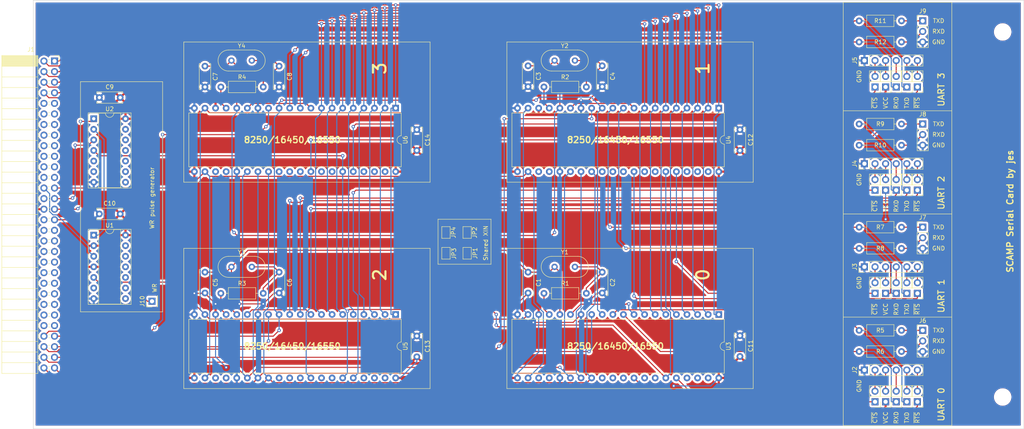
<source format=kicad_pcb>
(kicad_pcb (version 20171130) (host pcbnew 5.1.5+dfsg1-2build2)
  (layers (0 F.Cu signal) (31 B.Cu signal) (34 B.Paste user) (35 F.Paste user) (36 B.SilkS user) (37 F.SilkS user) (38 B.Mask user) (39 F.Mask user) (44 Edge.Cuts user))
  (net 0 "")
  (net 1 GND)
  (net 2 "Net-(C1-Pad1)")
  (net 3 "Net-(C2-Pad1)")
  (net 4 "Net-(C3-Pad1)")
  (net 5 "Net-(C4-Pad1)")
  (net 6 "Net-(C5-Pad1)")
  (net 7 "Net-(C6-Pad1)")
  (net 8 "Net-(C7-Pad1)")
  (net 9 "Net-(C8-Pad1)")
  (net 10 VCC)
  (net 11 D0)
  (net 12 D1)
  (net 13 D2)
  (net 14 D3)
  (net 15 D4)
  (net 16 D5)
  (net 17 D6)
  (net 18 D7)
  (net 19 DO)
  (net 20 DI)
  (net 21 ~RESET)
  (net 22 CLK)
  (net 23 A7)
  (net 24 A6)
  (net 25 A5)
  (net 26 A4)
  (net 27 A3)
  (net 28 A2)
  (net 29 A1)
  (net 30 A0)
  (net 31 "Net-(J2-Pad2)")
  (net 32 "Net-(J2-Pad3)")
  (net 33 "Net-(J2-Pad4)")
  (net 34 "Net-(J2-Pad5)")
  (net 35 "Net-(J2-Pad6)")
  (net 36 "Net-(J3-Pad2)")
  (net 37 "Net-(J3-Pad3)")
  (net 38 "Net-(J3-Pad4)")
  (net 39 "Net-(J3-Pad5)")
  (net 40 "Net-(J3-Pad6)")
  (net 41 "Net-(J4-Pad6)")
  (net 42 "Net-(J4-Pad5)")
  (net 43 "Net-(J4-Pad4)")
  (net 44 "Net-(J4-Pad3)")
  (net 45 "Net-(J4-Pad2)")
  (net 46 "Net-(J5-Pad6)")
  (net 47 "Net-(J5-Pad5)")
  (net 48 "Net-(J5-Pad4)")
  (net 49 "Net-(J5-Pad3)")
  (net 50 "Net-(J5-Pad2)")
  (net 51 SHAREDXIN)
  (net 52 /uart8250a/~CTS)
  (net 53 /uart8250a/RXD)
  (net 54 /uart8250a/TXD)
  (net 55 /uart8250a/~RTS)
  (net 56 /uart8250b/~CTS)
  (net 57 /uart8250b/RXD)
  (net 58 /uart8250b/TXD)
  (net 59 /uart8250b/~RTS)
  (net 60 /uart8250c/~CTS)
  (net 61 /uart8250c/RXD)
  (net 62 /uart8250c/TXD)
  (net 63 /uart8250c/~RTS)
  (net 64 /uart8250d/~CTS)
  (net 65 /uart8250d/RXD)
  (net 66 /uart8250d/TXD)
  (net 67 /uart8250d/~RTS)
  (net 68 "Net-(R1-Pad1)")
  (net 69 "Net-(R2-Pad1)")
  (net 70 "Net-(R3-Pad1)")
  (net 71 "Net-(R4-Pad1)")
  (net 72 inv_CLK)
  (net 73 WR)
  (net 74 inv_~RESET)
  (net 75 "Net-(U3-Pad15)")
  (net 76 "Net-(U4-Pad15)")
  (net 77 "Net-(U5-Pad15)")
  (net 78 "Net-(U6-Pad15)")
  (net 79 "Net-(J6-Pad2)")
  (net 80 "Net-(J6-Pad1)")
  (net 81 "Net-(J7-Pad2)")
  (net 82 "Net-(J7-Pad1)")
  (net 83 "Net-(J8-Pad2)")
  (net 84 "Net-(J8-Pad1)")
  (net 85 "Net-(J9-Pad2)")
  (net 86 "Net-(J9-Pad1)")
  (module Connector_PinHeader_2.54mm:PinHeader_1x01_P2.54mm_Vertical (layer F.Cu) (at 58.42 116.205 90)
    (fp_text reference J10 (at 0 -2.33 90) (layer F.SilkS))
    (fp_text value Conn_01x01_Male)
    (pad 1 thru_hole rect (at 0 0 90) (size 1.7 1.7) (drill 1) (layers *.Cu *.Mask) (net 73 WR))
  )
  (module MountingHole:MountingHole_3.2mm_M3 (layer F.Cu) (at 262.382 139.192)
    (fp_text reference REF** hide)
    (fp_text value MountingHole_3.2mm_M3)
    (pad 1 np_thru_hole circle (at 0 0) (size 3.2 3.2) (drill 3.2) (layers *.Cu *.Mask))
  )
  (module MountingHole:MountingHole_3.2mm_M3 (layer F.Cu) (at 262.382 51.562)
    (fp_text reference REF** hide)
    (fp_text value MountingHole_3.2mm_M3)
    (pad 1 np_thru_hole circle (at 0 0) (size 3.2 3.2) (drill 3.2) (layers *.Cu *.Mask))
  )
  (module Resistor_THT:R_Axial_DIN0207_L6.3mm_D2.5mm_P10.16mm_Horizontal (layer F.Cu) (at 238.125 53.975 180)
    (fp_text reference R12 (at 5.08 0) (layer F.SilkS))
    (fp_text value R)
    (pad 2 thru_hole oval (at 10.16 0 180) (size 1.6 1.6) (drill 0.8) (layers *.Cu *.Mask) (net 65 /uart8250d/RXD))
    (pad 1 thru_hole circle (at 0 0 180) (size 1.6 1.6) (drill 0.8) (layers *.Cu *.Mask) (net 85 "Net-(J9-Pad2)"))
  )
  (module Resistor_THT:R_Axial_DIN0207_L6.3mm_D2.5mm_P10.16mm_Horizontal (layer F.Cu) (at 238.125 48.895 180)
    (fp_text reference R11 (at 5.08 0) (layer F.SilkS))
    (fp_text value R)
    (pad 2 thru_hole oval (at 10.16 0 180) (size 1.6 1.6) (drill 0.8) (layers *.Cu *.Mask) (net 66 /uart8250d/TXD))
    (pad 1 thru_hole circle (at 0 0 180) (size 1.6 1.6) (drill 0.8) (layers *.Cu *.Mask) (net 86 "Net-(J9-Pad1)"))
  )
  (module Resistor_THT:R_Axial_DIN0207_L6.3mm_D2.5mm_P10.16mm_Horizontal (layer F.Cu) (at 238.125 78.74 180)
    (fp_text reference R10 (at 5.08 0) (layer F.SilkS))
    (fp_text value R)
    (pad 2 thru_hole oval (at 10.16 0 180) (size 1.6 1.6) (drill 0.8) (layers *.Cu *.Mask) (net 61 /uart8250c/RXD))
    (pad 1 thru_hole circle (at 0 0 180) (size 1.6 1.6) (drill 0.8) (layers *.Cu *.Mask) (net 83 "Net-(J8-Pad2)"))
  )
  (module Resistor_THT:R_Axial_DIN0207_L6.3mm_D2.5mm_P10.16mm_Horizontal (layer F.Cu) (at 238.125 73.66 180)
    (fp_text reference R9 (at 5.08 0) (layer F.SilkS))
    (fp_text value R)
    (pad 2 thru_hole oval (at 10.16 0 180) (size 1.6 1.6) (drill 0.8) (layers *.Cu *.Mask) (net 62 /uart8250c/TXD))
    (pad 1 thru_hole circle (at 0 0 180) (size 1.6 1.6) (drill 0.8) (layers *.Cu *.Mask) (net 84 "Net-(J8-Pad1)"))
  )
  (module Resistor_THT:R_Axial_DIN0207_L6.3mm_D2.5mm_P10.16mm_Horizontal (layer F.Cu) (at 238.125 103.505 180)
    (fp_text reference R8 (at 5.08 0) (layer F.SilkS))
    (fp_text value R)
    (pad 2 thru_hole oval (at 10.16 0 180) (size 1.6 1.6) (drill 0.8) (layers *.Cu *.Mask) (net 57 /uart8250b/RXD))
    (pad 1 thru_hole circle (at 0 0 180) (size 1.6 1.6) (drill 0.8) (layers *.Cu *.Mask) (net 81 "Net-(J7-Pad2)"))
  )
  (module Resistor_THT:R_Axial_DIN0207_L6.3mm_D2.5mm_P10.16mm_Horizontal (layer F.Cu) (at 238.125 98.425 180)
    (fp_text reference R7 (at 5.08 0) (layer F.SilkS))
    (fp_text value R)
    (pad 2 thru_hole oval (at 10.16 0 180) (size 1.6 1.6) (drill 0.8) (layers *.Cu *.Mask) (net 58 /uart8250b/TXD))
    (pad 1 thru_hole circle (at 0 0 180) (size 1.6 1.6) (drill 0.8) (layers *.Cu *.Mask) (net 82 "Net-(J7-Pad1)"))
  )
  (module Resistor_THT:R_Axial_DIN0207_L6.3mm_D2.5mm_P10.16mm_Horizontal (layer F.Cu) (at 238.125 128.27 180)
    (fp_text reference R6 (at 5.08 0) (layer F.SilkS))
    (fp_text value R)
    (pad 2 thru_hole oval (at 10.16 0 180) (size 1.6 1.6) (drill 0.8) (layers *.Cu *.Mask) (net 53 /uart8250a/RXD))
    (pad 1 thru_hole circle (at 0 0 180) (size 1.6 1.6) (drill 0.8) (layers *.Cu *.Mask) (net 79 "Net-(J6-Pad2)"))
  )
  (module Resistor_THT:R_Axial_DIN0207_L6.3mm_D2.5mm_P10.16mm_Horizontal (layer F.Cu) (at 238.125 123.19 180)
    (fp_text reference R5 (at 5.08 0) (layer F.SilkS))
    (fp_text value R)
    (pad 2 thru_hole oval (at 10.16 0 180) (size 1.6 1.6) (drill 0.8) (layers *.Cu *.Mask) (net 54 /uart8250a/TXD))
    (pad 1 thru_hole circle (at 0 0 180) (size 1.6 1.6) (drill 0.8) (layers *.Cu *.Mask) (net 80 "Net-(J6-Pad1)"))
  )
  (module Connector_PinHeader_2.54mm:PinHeader_1x03_P2.54mm_Vertical (layer F.Cu) (at 243.205 48.895)
    (fp_text reference J9 (at 0 -2.33) (layer F.SilkS))
    (fp_text value Conn_01x03_Male)
    (pad 3 thru_hole oval (at 0 5.08) (size 1.7 1.7) (drill 1) (layers *.Cu *.Mask) (net 1 GND))
    (pad 2 thru_hole oval (at 0 2.54) (size 1.7 1.7) (drill 1) (layers *.Cu *.Mask) (net 85 "Net-(J9-Pad2)"))
    (pad 1 thru_hole rect (at 0 0) (size 1.7 1.7) (drill 1) (layers *.Cu *.Mask) (net 86 "Net-(J9-Pad1)"))
  )
  (module Connector_PinHeader_2.54mm:PinHeader_1x03_P2.54mm_Vertical (layer F.Cu) (at 243.205 73.66)
    (fp_text reference J8 (at 0 -2.33) (layer F.SilkS))
    (fp_text value Conn_01x03_Male)
    (pad 3 thru_hole oval (at 0 5.08) (size 1.7 1.7) (drill 1) (layers *.Cu *.Mask) (net 1 GND))
    (pad 2 thru_hole oval (at 0 2.54) (size 1.7 1.7) (drill 1) (layers *.Cu *.Mask) (net 83 "Net-(J8-Pad2)"))
    (pad 1 thru_hole rect (at 0 0) (size 1.7 1.7) (drill 1) (layers *.Cu *.Mask) (net 84 "Net-(J8-Pad1)"))
  )
  (module Connector_PinHeader_2.54mm:PinHeader_1x03_P2.54mm_Vertical (layer F.Cu) (at 243.205 98.425)
    (fp_text reference J7 (at 0 -2.33) (layer F.SilkS))
    (fp_text value Conn_01x03_Male)
    (pad 3 thru_hole oval (at 0 5.08) (size 1.7 1.7) (drill 1) (layers *.Cu *.Mask) (net 1 GND))
    (pad 2 thru_hole oval (at 0 2.54) (size 1.7 1.7) (drill 1) (layers *.Cu *.Mask) (net 81 "Net-(J7-Pad2)"))
    (pad 1 thru_hole rect (at 0 0) (size 1.7 1.7) (drill 1) (layers *.Cu *.Mask) (net 82 "Net-(J7-Pad1)"))
  )
  (module Connector_PinHeader_2.54mm:PinHeader_1x03_P2.54mm_Vertical (layer F.Cu) (at 243.205 123.19)
    (fp_text reference J6 (at 0 -2.33) (layer F.SilkS))
    (fp_text value Conn_01x03_Male)
    (pad 3 thru_hole oval (at 0 5.08) (size 1.7 1.7) (drill 1) (layers *.Cu *.Mask) (net 1 GND))
    (pad 2 thru_hole oval (at 0 2.54) (size 1.7 1.7) (drill 1) (layers *.Cu *.Mask) (net 79 "Net-(J6-Pad2)"))
    (pad 1 thru_hole rect (at 0 0) (size 1.7 1.7) (drill 1) (layers *.Cu *.Mask) (net 80 "Net-(J6-Pad1)"))
  )
  (module Capacitor_THT:C_Disc_D6.0mm_W2.5mm_P5.00mm (layer F.Cu) (at 148.59 109.22 270)
    (fp_text reference C1 (at 2.5 -2.5 90) (layer F.SilkS))
    (fp_text value C)
    (pad 2 thru_hole circle (at 5 0 270) (size 1.6 1.6) (drill 0.8) (layers *.Cu *.Mask) (net 1 GND))
    (pad 1 thru_hole circle (at 0 0 270) (size 1.6 1.6) (drill 0.8) (layers *.Cu *.Mask) (net 2 "Net-(C1-Pad1)"))
  )
  (module Capacitor_THT:C_Disc_D6.0mm_W2.5mm_P5.00mm (layer F.Cu) (at 166.37 109.22 270)
    (fp_text reference C2 (at 2.5 -2.5 90) (layer F.SilkS))
    (fp_text value C)
    (pad 2 thru_hole circle (at 5 0 270) (size 1.6 1.6) (drill 0.8) (layers *.Cu *.Mask) (net 1 GND))
    (pad 1 thru_hole circle (at 0 0 270) (size 1.6 1.6) (drill 0.8) (layers *.Cu *.Mask) (net 3 "Net-(C2-Pad1)"))
  )
  (module Capacitor_THT:C_Disc_D6.0mm_W2.5mm_P5.00mm (layer F.Cu) (at 148.59 59.69 270)
    (fp_text reference C3 (at 2.5 -2.5 90) (layer F.SilkS))
    (fp_text value C)
    (pad 1 thru_hole circle (at 0 0 270) (size 1.6 1.6) (drill 0.8) (layers *.Cu *.Mask) (net 4 "Net-(C3-Pad1)"))
    (pad 2 thru_hole circle (at 5 0 270) (size 1.6 1.6) (drill 0.8) (layers *.Cu *.Mask) (net 1 GND))
  )
  (module Capacitor_THT:C_Disc_D6.0mm_W2.5mm_P5.00mm (layer F.Cu) (at 166.37 59.69 270)
    (fp_text reference C4 (at 2.5 -2.5 90) (layer F.SilkS))
    (fp_text value C)
    (pad 2 thru_hole circle (at 5 0 270) (size 1.6 1.6) (drill 0.8) (layers *.Cu *.Mask) (net 1 GND))
    (pad 1 thru_hole circle (at 0 0 270) (size 1.6 1.6) (drill 0.8) (layers *.Cu *.Mask) (net 5 "Net-(C4-Pad1)"))
  )
  (module Capacitor_THT:C_Disc_D6.0mm_W2.5mm_P5.00mm (layer F.Cu) (at 71.12 109.22 270)
    (fp_text reference C5 (at 2.5 -2.5 90) (layer F.SilkS))
    (fp_text value C)
    (pad 1 thru_hole circle (at 0 0 270) (size 1.6 1.6) (drill 0.8) (layers *.Cu *.Mask) (net 6 "Net-(C5-Pad1)"))
    (pad 2 thru_hole circle (at 5 0 270) (size 1.6 1.6) (drill 0.8) (layers *.Cu *.Mask) (net 1 GND))
  )
  (module Capacitor_THT:C_Disc_D6.0mm_W2.5mm_P5.00mm (layer F.Cu) (at 88.9 109.22 270)
    (fp_text reference C6 (at 2.5 -2.5 90) (layer F.SilkS))
    (fp_text value C)
    (pad 2 thru_hole circle (at 5 0 270) (size 1.6 1.6) (drill 0.8) (layers *.Cu *.Mask) (net 1 GND))
    (pad 1 thru_hole circle (at 0 0 270) (size 1.6 1.6) (drill 0.8) (layers *.Cu *.Mask) (net 7 "Net-(C6-Pad1)"))
  )
  (module Capacitor_THT:C_Disc_D6.0mm_W2.5mm_P5.00mm (layer F.Cu) (at 71.12 59.77 270)
    (fp_text reference C7 (at 2.5 -2.5 90) (layer F.SilkS))
    (fp_text value C)
    (pad 1 thru_hole circle (at 0 0 270) (size 1.6 1.6) (drill 0.8) (layers *.Cu *.Mask) (net 8 "Net-(C7-Pad1)"))
    (pad 2 thru_hole circle (at 5 0 270) (size 1.6 1.6) (drill 0.8) (layers *.Cu *.Mask) (net 1 GND))
  )
  (module Capacitor_THT:C_Disc_D6.0mm_W2.5mm_P5.00mm (layer F.Cu) (at 88.9 59.77 270)
    (fp_text reference C8 (at 2.5 -2.5 90) (layer F.SilkS))
    (fp_text value C)
    (pad 2 thru_hole circle (at 5 0 270) (size 1.6 1.6) (drill 0.8) (layers *.Cu *.Mask) (net 1 GND))
    (pad 1 thru_hole circle (at 0 0 270) (size 1.6 1.6) (drill 0.8) (layers *.Cu *.Mask) (net 9 "Net-(C8-Pad1)"))
  )
  (module Capacitor_THT:C_Disc_D6.0mm_W2.5mm_P5.00mm (layer F.Cu) (at 50.8 67.31 180)
    (fp_text reference C9 (at 2.54 2.54) (layer F.SilkS))
    (fp_text value C)
    (pad 2 thru_hole circle (at 5 0 180) (size 1.6 1.6) (drill 0.8) (layers *.Cu *.Mask) (net 1 GND))
    (pad 1 thru_hole circle (at 0 0 180) (size 1.6 1.6) (drill 0.8) (layers *.Cu *.Mask) (net 10 VCC))
  )
  (module Capacitor_THT:C_Disc_D6.0mm_W2.5mm_P5.00mm (layer F.Cu) (at 50.8 95.25 180)
    (fp_text reference C10 (at 2.54 2.54) (layer F.SilkS))
    (fp_text value C)
    (pad 2 thru_hole circle (at 5 0 180) (size 1.6 1.6) (drill 0.8) (layers *.Cu *.Mask) (net 1 GND))
    (pad 1 thru_hole circle (at 0 0 180) (size 1.6 1.6) (drill 0.8) (layers *.Cu *.Mask) (net 10 VCC))
  )
  (module Capacitor_THT:C_Disc_D6.0mm_W2.5mm_P5.00mm (layer F.Cu) (at 199.39 129.46 90)
    (fp_text reference C11 (at 2.54 2.54 270) (layer F.SilkS))
    (fp_text value C)
    (pad 1 thru_hole circle (at 0 0 90) (size 1.6 1.6) (drill 0.8) (layers *.Cu *.Mask) (net 10 VCC))
    (pad 2 thru_hole circle (at 5 0 90) (size 1.6 1.6) (drill 0.8) (layers *.Cu *.Mask) (net 1 GND))
  )
  (module Capacitor_THT:C_Disc_D6.0mm_W2.5mm_P5.00mm (layer F.Cu) (at 199.39 80.01 90)
    (fp_text reference C12 (at 2.54 2.54 90) (layer F.SilkS))
    (fp_text value C)
    (pad 1 thru_hole circle (at 0 0 90) (size 1.6 1.6) (drill 0.8) (layers *.Cu *.Mask) (net 10 VCC))
    (pad 2 thru_hole circle (at 5 0 90) (size 1.6 1.6) (drill 0.8) (layers *.Cu *.Mask) (net 1 GND))
  )
  (module Capacitor_THT:C_Disc_D6.0mm_W2.5mm_P5.00mm (layer F.Cu) (at 121.92 129.54 90)
    (fp_text reference C13 (at 2.5 2.54 90) (layer F.SilkS))
    (fp_text value C)
    (pad 1 thru_hole circle (at 0 0 90) (size 1.6 1.6) (drill 0.8) (layers *.Cu *.Mask) (net 10 VCC))
    (pad 2 thru_hole circle (at 5 0 90) (size 1.6 1.6) (drill 0.8) (layers *.Cu *.Mask) (net 1 GND))
  )
  (module Capacitor_THT:C_Disc_D6.0mm_W2.5mm_P5.00mm (layer F.Cu) (at 121.92 80.01 90)
    (fp_text reference C14 (at 2.5 2.54 90) (layer F.SilkS))
    (fp_text value C)
    (pad 1 thru_hole circle (at 0 0 90) (size 1.6 1.6) (drill 0.8) (layers *.Cu *.Mask) (net 10 VCC))
    (pad 2 thru_hole circle (at 5 0 90) (size 1.6 1.6) (drill 0.8) (layers *.Cu *.Mask) (net 1 GND))
  )
  (module Connector_PinSocket_2.54mm:PinSocket_2x30_P2.54mm_Horizontal (layer F.Cu) (at 35.052 58.547)
    (fp_text reference J1 (at -5.65 -2.77) (layer F.SilkS))
    (fp_text value Conn_02x30_Counter_Clockwise)
    (pad 1 thru_hole rect (at 0 0) (size 1.7 1.7) (drill 1) (layers *.Cu *.Mask) (net 11 D0))
    (pad 2 thru_hole oval (at -2.54 0) (size 1.7 1.7) (drill 1) (layers *.Cu *.Mask) (net 12 D1))
    (pad 3 thru_hole oval (at 0 2.54) (size 1.7 1.7) (drill 1) (layers *.Cu *.Mask) (net 13 D2))
    (pad 4 thru_hole oval (at -2.54 2.54) (size 1.7 1.7) (drill 1) (layers *.Cu *.Mask) (net 14 D3))
    (pad 5 thru_hole oval (at 0 5.08) (size 1.7 1.7) (drill 1) (layers *.Cu *.Mask) (net 15 D4))
    (pad 6 thru_hole oval (at -2.54 5.08) (size 1.7 1.7) (drill 1) (layers *.Cu *.Mask) (net 16 D5))
    (pad 7 thru_hole oval (at 0 7.62) (size 1.7 1.7) (drill 1) (layers *.Cu *.Mask) (net 17 D6))
    (pad 8 thru_hole oval (at -2.54 7.62) (size 1.7 1.7) (drill 1) (layers *.Cu *.Mask) (net 18 D7))
    (pad 9 thru_hole oval (at 0 10.16) (size 1.7 1.7) (drill 1) (layers *.Cu *.Mask))
    (pad 10 thru_hole oval (at -2.54 10.16) (size 1.7 1.7) (drill 1) (layers *.Cu *.Mask))
    (pad 11 thru_hole oval (at 0 12.7) (size 1.7 1.7) (drill 1) (layers *.Cu *.Mask))
    (pad 12 thru_hole oval (at -2.54 12.7) (size 1.7 1.7) (drill 1) (layers *.Cu *.Mask))
    (pad 13 thru_hole oval (at 0 15.24) (size 1.7 1.7) (drill 1) (layers *.Cu *.Mask))
    (pad 14 thru_hole oval (at -2.54 15.24) (size 1.7 1.7) (drill 1) (layers *.Cu *.Mask))
    (pad 15 thru_hole oval (at 0 17.78) (size 1.7 1.7) (drill 1) (layers *.Cu *.Mask))
    (pad 16 thru_hole oval (at -2.54 17.78) (size 1.7 1.7) (drill 1) (layers *.Cu *.Mask))
    (pad 17 thru_hole oval (at 0 20.32) (size 1.7 1.7) (drill 1) (layers *.Cu *.Mask))
    (pad 18 thru_hole oval (at -2.54 20.32) (size 1.7 1.7) (drill 1) (layers *.Cu *.Mask))
    (pad 19 thru_hole oval (at 0 22.86) (size 1.7 1.7) (drill 1) (layers *.Cu *.Mask))
    (pad 20 thru_hole oval (at -2.54 22.86) (size 1.7 1.7) (drill 1) (layers *.Cu *.Mask))
    (pad 21 thru_hole oval (at 0 25.4) (size 1.7 1.7) (drill 1) (layers *.Cu *.Mask))
    (pad 22 thru_hole oval (at -2.54 25.4) (size 1.7 1.7) (drill 1) (layers *.Cu *.Mask))
    (pad 23 thru_hole oval (at 0 27.94) (size 1.7 1.7) (drill 1) (layers *.Cu *.Mask))
    (pad 24 thru_hole oval (at -2.54 27.94) (size 1.7 1.7) (drill 1) (layers *.Cu *.Mask))
    (pad 25 thru_hole oval (at 0 30.48) (size 1.7 1.7) (drill 1) (layers *.Cu *.Mask) (net 19 DO))
    (pad 26 thru_hole oval (at -2.54 30.48) (size 1.7 1.7) (drill 1) (layers *.Cu *.Mask) (net 20 DI))
    (pad 27 thru_hole oval (at 0 33.02) (size 1.7 1.7) (drill 1) (layers *.Cu *.Mask) (net 21 ~RESET))
    (pad 28 thru_hole oval (at -2.54 33.02) (size 1.7 1.7) (drill 1) (layers *.Cu *.Mask))
    (pad 29 thru_hole oval (at 0 35.56) (size 1.7 1.7) (drill 1) (layers *.Cu *.Mask) (net 22 CLK))
    (pad 30 thru_hole oval (at -2.54 35.56) (size 1.7 1.7) (drill 1) (layers *.Cu *.Mask) (net 10 VCC))
    (pad 31 thru_hole oval (at 0 38.1) (size 1.7 1.7) (drill 1) (layers *.Cu *.Mask) (net 1 GND))
    (pad 32 thru_hole oval (at -2.54 38.1) (size 1.7 1.7) (drill 1) (layers *.Cu *.Mask))
    (pad 33 thru_hole oval (at 0 40.64) (size 1.7 1.7) (drill 1) (layers *.Cu *.Mask))
    (pad 34 thru_hole oval (at -2.54 40.64) (size 1.7 1.7) (drill 1) (layers *.Cu *.Mask))
    (pad 35 thru_hole oval (at 0 43.18) (size 1.7 1.7) (drill 1) (layers *.Cu *.Mask))
    (pad 36 thru_hole oval (at -2.54 43.18) (size 1.7 1.7) (drill 1) (layers *.Cu *.Mask))
    (pad 37 thru_hole oval (at 0 45.72) (size 1.7 1.7) (drill 1) (layers *.Cu *.Mask))
    (pad 38 thru_hole oval (at -2.54 45.72) (size 1.7 1.7) (drill 1) (layers *.Cu *.Mask))
    (pad 39 thru_hole oval (at 0 48.26) (size 1.7 1.7) (drill 1) (layers *.Cu *.Mask))
    (pad 40 thru_hole oval (at -2.54 48.26) (size 1.7 1.7) (drill 1) (layers *.Cu *.Mask))
    (pad 41 thru_hole oval (at 0 50.8) (size 1.7 1.7) (drill 1) (layers *.Cu *.Mask))
    (pad 42 thru_hole oval (at -2.54 50.8) (size 1.7 1.7) (drill 1) (layers *.Cu *.Mask))
    (pad 43 thru_hole oval (at 0 53.34) (size 1.7 1.7) (drill 1) (layers *.Cu *.Mask))
    (pad 44 thru_hole oval (at -2.54 53.34) (size 1.7 1.7) (drill 1) (layers *.Cu *.Mask))
    (pad 45 thru_hole oval (at 0 55.88) (size 1.7 1.7) (drill 1) (layers *.Cu *.Mask))
    (pad 46 thru_hole oval (at -2.54 55.88) (size 1.7 1.7) (drill 1) (layers *.Cu *.Mask))
    (pad 47 thru_hole oval (at 0 58.42) (size 1.7 1.7) (drill 1) (layers *.Cu *.Mask))
    (pad 48 thru_hole oval (at -2.54 58.42) (size 1.7 1.7) (drill 1) (layers *.Cu *.Mask))
    (pad 49 thru_hole oval (at 0 60.96) (size 1.7 1.7) (drill 1) (layers *.Cu *.Mask))
    (pad 50 thru_hole oval (at -2.54 60.96) (size 1.7 1.7) (drill 1) (layers *.Cu *.Mask))
    (pad 51 thru_hole oval (at 0 63.5) (size 1.7 1.7) (drill 1) (layers *.Cu *.Mask))
    (pad 52 thru_hole oval (at -2.54 63.5) (size 1.7 1.7) (drill 1) (layers *.Cu *.Mask))
    (pad 53 thru_hole oval (at 0 66.04) (size 1.7 1.7) (drill 1) (layers *.Cu *.Mask) (net 23 A7))
    (pad 54 thru_hole oval (at -2.54 66.04) (size 1.7 1.7) (drill 1) (layers *.Cu *.Mask) (net 24 A6))
    (pad 55 thru_hole oval (at 0 68.58) (size 1.7 1.7) (drill 1) (layers *.Cu *.Mask) (net 25 A5))
    (pad 56 thru_hole oval (at -2.54 68.58) (size 1.7 1.7) (drill 1) (layers *.Cu *.Mask) (net 26 A4))
    (pad 57 thru_hole oval (at 0 71.12) (size 1.7 1.7) (drill 1) (layers *.Cu *.Mask) (net 27 A3))
    (pad 58 thru_hole oval (at -2.54 71.12) (size 1.7 1.7) (drill 1) (layers *.Cu *.Mask) (net 28 A2))
    (pad 59 thru_hole oval (at 0 73.66) (size 1.7 1.7) (drill 1) (layers *.Cu *.Mask) (net 29 A1))
    (pad 60 thru_hole oval (at -2.54 73.66) (size 1.7 1.7) (drill 1) (layers *.Cu *.Mask) (net 30 A0))
  )
  (module Connector_PinHeader_2.54mm:PinHeader_1x06_P2.54mm_Vertical (layer F.Cu) (at 229.235 132.715 90)
    (fp_text reference J2 (at 0 -2.33 90) (layer F.SilkS))
    (fp_text value Conn_01x06_Male)
    (pad 1 thru_hole rect (at 0 0 90) (size 1.7 1.7) (drill 1) (layers *.Cu *.Mask) (net 1 GND))
    (pad 2 thru_hole oval (at 0 2.54 90) (size 1.7 1.7) (drill 1) (layers *.Cu *.Mask) (net 31 "Net-(J2-Pad2)"))
    (pad 3 thru_hole oval (at 0 5.08 90) (size 1.7 1.7) (drill 1) (layers *.Cu *.Mask) (net 32 "Net-(J2-Pad3)"))
    (pad 4 thru_hole oval (at 0 7.62 90) (size 1.7 1.7) (drill 1) (layers *.Cu *.Mask) (net 33 "Net-(J2-Pad4)"))
    (pad 5 thru_hole oval (at 0 10.16 90) (size 1.7 1.7) (drill 1) (layers *.Cu *.Mask) (net 34 "Net-(J2-Pad5)"))
    (pad 6 thru_hole oval (at 0 12.7 90) (size 1.7 1.7) (drill 1) (layers *.Cu *.Mask) (net 35 "Net-(J2-Pad6)"))
  )
  (module Connector_PinHeader_2.54mm:PinHeader_1x06_P2.54mm_Vertical (layer F.Cu) (at 229.235 107.95 90)
    (fp_text reference J3 (at 0 -2.33 90) (layer F.SilkS))
    (fp_text value Conn_01x06_Male)
    (pad 1 thru_hole rect (at 0 0 90) (size 1.7 1.7) (drill 1) (layers *.Cu *.Mask) (net 1 GND))
    (pad 2 thru_hole oval (at 0 2.54 90) (size 1.7 1.7) (drill 1) (layers *.Cu *.Mask) (net 36 "Net-(J3-Pad2)"))
    (pad 3 thru_hole oval (at 0 5.08 90) (size 1.7 1.7) (drill 1) (layers *.Cu *.Mask) (net 37 "Net-(J3-Pad3)"))
    (pad 4 thru_hole oval (at 0 7.62 90) (size 1.7 1.7) (drill 1) (layers *.Cu *.Mask) (net 38 "Net-(J3-Pad4)"))
    (pad 5 thru_hole oval (at 0 10.16 90) (size 1.7 1.7) (drill 1) (layers *.Cu *.Mask) (net 39 "Net-(J3-Pad5)"))
    (pad 6 thru_hole oval (at 0 12.7 90) (size 1.7 1.7) (drill 1) (layers *.Cu *.Mask) (net 40 "Net-(J3-Pad6)"))
  )
  (module Connector_PinHeader_2.54mm:PinHeader_1x06_P2.54mm_Vertical (layer F.Cu) (at 229.235 83.185 90)
    (fp_text reference J4 (at 0 -2.33 90) (layer F.SilkS))
    (fp_text value Conn_01x06_Male)
    (pad 6 thru_hole oval (at 0 12.7 90) (size 1.7 1.7) (drill 1) (layers *.Cu *.Mask) (net 41 "Net-(J4-Pad6)"))
    (pad 5 thru_hole oval (at 0 10.16 90) (size 1.7 1.7) (drill 1) (layers *.Cu *.Mask) (net 42 "Net-(J4-Pad5)"))
    (pad 4 thru_hole oval (at 0 7.62 90) (size 1.7 1.7) (drill 1) (layers *.Cu *.Mask) (net 43 "Net-(J4-Pad4)"))
    (pad 3 thru_hole oval (at 0 5.08 90) (size 1.7 1.7) (drill 1) (layers *.Cu *.Mask) (net 44 "Net-(J4-Pad3)"))
    (pad 2 thru_hole oval (at 0 2.54 90) (size 1.7 1.7) (drill 1) (layers *.Cu *.Mask) (net 45 "Net-(J4-Pad2)"))
    (pad 1 thru_hole rect (at 0 0 90) (size 1.7 1.7) (drill 1) (layers *.Cu *.Mask) (net 1 GND))
  )
  (module Connector_PinHeader_2.54mm:PinHeader_1x06_P2.54mm_Vertical (layer F.Cu) (at 229.235 58.42 90)
    (fp_text reference J5 (at 0 -2.33 90) (layer F.SilkS))
    (fp_text value Conn_01x06_Male)
    (pad 6 thru_hole oval (at 0 12.7 90) (size 1.7 1.7) (drill 1) (layers *.Cu *.Mask) (net 46 "Net-(J5-Pad6)"))
    (pad 5 thru_hole oval (at 0 10.16 90) (size 1.7 1.7) (drill 1) (layers *.Cu *.Mask) (net 47 "Net-(J5-Pad5)"))
    (pad 4 thru_hole oval (at 0 7.62 90) (size 1.7 1.7) (drill 1) (layers *.Cu *.Mask) (net 48 "Net-(J5-Pad4)"))
    (pad 3 thru_hole oval (at 0 5.08 90) (size 1.7 1.7) (drill 1) (layers *.Cu *.Mask) (net 49 "Net-(J5-Pad3)"))
    (pad 2 thru_hole oval (at 0 2.54 90) (size 1.7 1.7) (drill 1) (layers *.Cu *.Mask) (net 50 "Net-(J5-Pad2)"))
    (pad 1 thru_hole rect (at 0 0 90) (size 1.7 1.7) (drill 1) (layers *.Cu *.Mask) (net 1 GND))
  )
  (module Jumper:SolderJumper-2_P1.3mm_Open_TrianglePad1.0x1.5mm (layer F.Cu) (at 133.985 104.685 90)
    (fp_text reference JP1 (at 0 1.905 90) (layer F.SilkS))
    (fp_text value SolderJumper_2_Open)
    (pad 1 smd custom (at -0.725 0 90) (size 0.3 0.3) (layers F.Cu F.Mask) (net 51 SHAREDXIN) (options (clearance outline) (anchor rect)) (primitives (gr_poly (pts (xy -0.5 -0.75) (xy 0.5 -0.75) (xy 1 0) (xy 0.5 0.75) (xy -0.5 0.75)) (width 0))))
    (pad 2 smd custom (at 0.725 0 90) (size 0.3 0.3) (layers F.Cu F.Mask) (net 2 "Net-(C1-Pad1)") (options (clearance outline) (anchor rect)) (primitives (gr_poly (pts (xy -0.65 -0.75) (xy 0.5 -0.75) (xy 0.5 0.75) (xy -0.65 0.75) (xy -0.15 0)) (width 0))))
  )
  (module Jumper:SolderJumper-2_P1.3mm_Open_TrianglePad1.0x1.5mm (layer F.Cu) (at 133.985 99.695 270)
    (fp_text reference JP2 (at 0 -1.8 90) (layer F.SilkS))
    (fp_text value SolderJumper_2_Open)
    (pad 2 smd custom (at 0.725 0 270) (size 0.3 0.3) (layers F.Cu F.Mask) (net 4 "Net-(C3-Pad1)") (options (clearance outline) (anchor rect)) (primitives (gr_poly (pts (xy -0.65 -0.75) (xy 0.5 -0.75) (xy 0.5 0.75) (xy -0.65 0.75) (xy -0.15 0)) (width 0))))
    (pad 1 smd custom (at -0.725 0 270) (size 0.3 0.3) (layers F.Cu F.Mask) (net 51 SHAREDXIN) (options (clearance outline) (anchor rect)) (primitives (gr_poly (pts (xy -0.5 -0.75) (xy 0.5 -0.75) (xy 1 0) (xy 0.5 0.75) (xy -0.5 0.75)) (width 0))))
  )
  (module Jumper:SolderJumper-2_P1.3mm_Open_TrianglePad1.0x1.5mm (layer F.Cu) (at 128.905 104.685 90)
    (fp_text reference JP3 (at -0.09 1.905 90) (layer F.SilkS))
    (fp_text value SolderJumper_2_Open)
    (pad 1 smd custom (at -0.725 0 90) (size 0.3 0.3) (layers F.Cu F.Mask) (net 51 SHAREDXIN) (options (clearance outline) (anchor rect)) (primitives (gr_poly (pts (xy -0.5 -0.75) (xy 0.5 -0.75) (xy 1 0) (xy 0.5 0.75) (xy -0.5 0.75)) (width 0))))
    (pad 2 smd custom (at 0.725 0 90) (size 0.3 0.3) (layers F.Cu F.Mask) (net 6 "Net-(C5-Pad1)") (options (clearance outline) (anchor rect)) (primitives (gr_poly (pts (xy -0.65 -0.75) (xy 0.5 -0.75) (xy 0.5 0.75) (xy -0.65 0.75) (xy -0.15 0)) (width 0))))
  )
  (module Jumper:SolderJumper-2_P1.3mm_Open_TrianglePad1.0x1.5mm (layer F.Cu) (at 128.905 99.695 270)
    (fp_text reference JP4 (at 0 -1.8 90) (layer F.SilkS))
    (fp_text value SolderJumper_2_Open)
    (pad 2 smd custom (at 0.725 0 270) (size 0.3 0.3) (layers F.Cu F.Mask) (net 8 "Net-(C7-Pad1)") (options (clearance outline) (anchor rect)) (primitives (gr_poly (pts (xy -0.65 -0.75) (xy 0.5 -0.75) (xy 0.5 0.75) (xy -0.65 0.75) (xy -0.15 0)) (width 0))))
    (pad 1 smd custom (at -0.725 0 270) (size 0.3 0.3) (layers F.Cu F.Mask) (net 51 SHAREDXIN) (options (clearance outline) (anchor rect)) (primitives (gr_poly (pts (xy -0.5 -0.75) (xy 0.5 -0.75) (xy 1 0) (xy 0.5 0.75) (xy -0.5 0.75)) (width 0))))
  )
  (module Connector_PinHeader_2.54mm:PinHeader_1x02_P2.54mm_Vertical (layer F.Cu) (at 231.775 140.335 180)
    (fp_text reference ~CTS (at 0 -3.81 270) (layer F.SilkS))
    (fp_text value Jumper_NO_Small)
    (pad 1 thru_hole rect (at 0 0 180) (size 1.7 1.7) (drill 1) (layers *.Cu *.Mask) (net 52 /uart8250a/~CTS))
    (pad 2 thru_hole oval (at 0 2.54 180) (size 1.7 1.7) (drill 1) (layers *.Cu *.Mask) (net 31 "Net-(J2-Pad2)"))
  )
  (module Connector_PinHeader_2.54mm:PinHeader_1x02_P2.54mm_Vertical (layer F.Cu) (at 234.315 140.335 180)
    (fp_text reference VCC (at 0 -3.81 270) (layer F.SilkS))
    (fp_text value Jumper_NO_Small)
    (pad 2 thru_hole oval (at 0 2.54 180) (size 1.7 1.7) (drill 1) (layers *.Cu *.Mask) (net 32 "Net-(J2-Pad3)"))
    (pad 1 thru_hole rect (at 0 0 180) (size 1.7 1.7) (drill 1) (layers *.Cu *.Mask) (net 10 VCC))
  )
  (module Connector_PinHeader_2.54mm:PinHeader_1x02_P2.54mm_Vertical (layer F.Cu) (at 236.855 140.335 180)
    (fp_text reference RXD (at 0 -3.81 270) (layer F.SilkS))
    (fp_text value Jumper_NO_Small)
    (pad 2 thru_hole oval (at 0 2.54 180) (size 1.7 1.7) (drill 1) (layers *.Cu *.Mask) (net 33 "Net-(J2-Pad4)"))
    (pad 1 thru_hole rect (at 0 0 180) (size 1.7 1.7) (drill 1) (layers *.Cu *.Mask) (net 53 /uart8250a/RXD))
  )
  (module Connector_PinHeader_2.54mm:PinHeader_1x02_P2.54mm_Vertical (layer F.Cu) (at 239.395 140.335 180)
    (fp_text reference TXD (at 0 -3.81 270) (layer F.SilkS))
    (fp_text value Jumper_NO_Small)
    (pad 2 thru_hole oval (at 0 2.54 180) (size 1.7 1.7) (drill 1) (layers *.Cu *.Mask) (net 34 "Net-(J2-Pad5)"))
    (pad 1 thru_hole rect (at 0 0 180) (size 1.7 1.7) (drill 1) (layers *.Cu *.Mask) (net 54 /uart8250a/TXD))
  )
  (module Connector_PinHeader_2.54mm:PinHeader_1x02_P2.54mm_Vertical (layer F.Cu) (at 241.935 140.335 180)
    (fp_text reference ~RTS (at 0 -3.81 270) (layer F.SilkS))
    (fp_text value Jumper_NO_Small)
    (pad 1 thru_hole rect (at 0 0 180) (size 1.7 1.7) (drill 1) (layers *.Cu *.Mask) (net 55 /uart8250a/~RTS))
    (pad 2 thru_hole oval (at 0 2.54 180) (size 1.7 1.7) (drill 1) (layers *.Cu *.Mask) (net 35 "Net-(J2-Pad6)"))
  )
  (module Connector_PinHeader_2.54mm:PinHeader_1x02_P2.54mm_Vertical (layer F.Cu) (at 231.775 114.3 180)
    (fp_text reference ~CTS (at 0 -3.81 90) (layer F.SilkS))
    (fp_text value Jumper_NO_Small)
    (pad 2 thru_hole oval (at 0 2.54 180) (size 1.7 1.7) (drill 1) (layers *.Cu *.Mask) (net 36 "Net-(J3-Pad2)"))
    (pad 1 thru_hole rect (at 0 0 180) (size 1.7 1.7) (drill 1) (layers *.Cu *.Mask) (net 56 /uart8250b/~CTS))
  )
  (module Connector_PinHeader_2.54mm:PinHeader_1x02_P2.54mm_Vertical (layer F.Cu) (at 234.315 114.3 180)
    (fp_text reference VCC (at 0 -3.81 90) (layer F.SilkS))
    (fp_text value Jumper_NO_Small)
    (pad 1 thru_hole rect (at 0 0 180) (size 1.7 1.7) (drill 1) (layers *.Cu *.Mask) (net 10 VCC))
    (pad 2 thru_hole oval (at 0 2.54 180) (size 1.7 1.7) (drill 1) (layers *.Cu *.Mask) (net 37 "Net-(J3-Pad3)"))
  )
  (module Connector_PinHeader_2.54mm:PinHeader_1x02_P2.54mm_Vertical (layer F.Cu) (at 236.855 114.3 180)
    (fp_text reference RXD (at 0 -3.81 90) (layer F.SilkS))
    (fp_text value Jumper_NO_Small)
    (pad 2 thru_hole oval (at 0 2.54 180) (size 1.7 1.7) (drill 1) (layers *.Cu *.Mask) (net 38 "Net-(J3-Pad4)"))
    (pad 1 thru_hole rect (at 0 0 180) (size 1.7 1.7) (drill 1) (layers *.Cu *.Mask) (net 57 /uart8250b/RXD))
  )
  (module Connector_PinHeader_2.54mm:PinHeader_1x02_P2.54mm_Vertical (layer F.Cu) (at 239.395 114.3 180)
    (fp_text reference TXD (at 0 -3.81 90) (layer F.SilkS))
    (fp_text value Jumper_NO_Small)
    (pad 1 thru_hole rect (at 0 0 180) (size 1.7 1.7) (drill 1) (layers *.Cu *.Mask) (net 58 /uart8250b/TXD))
    (pad 2 thru_hole oval (at 0 2.54 180) (size 1.7 1.7) (drill 1) (layers *.Cu *.Mask) (net 39 "Net-(J3-Pad5)"))
  )
  (module Connector_PinHeader_2.54mm:PinHeader_1x02_P2.54mm_Vertical (layer F.Cu) (at 241.935 114.3 180)
    (fp_text reference ~RTS (at 0 -3.81 90) (layer F.SilkS))
    (fp_text value Jumper_NO_Small)
    (pad 2 thru_hole oval (at 0 2.54 180) (size 1.7 1.7) (drill 1) (layers *.Cu *.Mask) (net 40 "Net-(J3-Pad6)"))
    (pad 1 thru_hole rect (at 0 0 180) (size 1.7 1.7) (drill 1) (layers *.Cu *.Mask) (net 59 /uart8250b/~RTS))
  )
  (module Connector_PinHeader_2.54mm:PinHeader_1x02_P2.54mm_Vertical (layer F.Cu) (at 231.775 89.535 180)
    (fp_text reference ~CTS (at 0 -3.81 90) (layer F.SilkS))
    (fp_text value Jumper_NO_Small)
    (pad 1 thru_hole rect (at 0 0 180) (size 1.7 1.7) (drill 1) (layers *.Cu *.Mask) (net 60 /uart8250c/~CTS))
    (pad 2 thru_hole oval (at 0 2.54 180) (size 1.7 1.7) (drill 1) (layers *.Cu *.Mask) (net 45 "Net-(J4-Pad2)"))
  )
  (module Connector_PinHeader_2.54mm:PinHeader_1x02_P2.54mm_Vertical (layer F.Cu) (at 234.315 89.535 180)
    (fp_text reference VCC (at 0 -3.81 90) (layer F.SilkS))
    (fp_text value Jumper_NO_Small)
    (pad 2 thru_hole oval (at 0 2.54 180) (size 1.7 1.7) (drill 1) (layers *.Cu *.Mask) (net 44 "Net-(J4-Pad3)"))
    (pad 1 thru_hole rect (at 0 0 180) (size 1.7 1.7) (drill 1) (layers *.Cu *.Mask) (net 10 VCC))
  )
  (module Connector_PinHeader_2.54mm:PinHeader_1x02_P2.54mm_Vertical (layer F.Cu) (at 236.855 89.535 180)
    (fp_text reference RXD (at 0 -3.81 90) (layer F.SilkS))
    (fp_text value Jumper_NO_Small)
    (pad 1 thru_hole rect (at 0 0 180) (size 1.7 1.7) (drill 1) (layers *.Cu *.Mask) (net 61 /uart8250c/RXD))
    (pad 2 thru_hole oval (at 0 2.54 180) (size 1.7 1.7) (drill 1) (layers *.Cu *.Mask) (net 43 "Net-(J4-Pad4)"))
  )
  (module Connector_PinHeader_2.54mm:PinHeader_1x02_P2.54mm_Vertical (layer F.Cu) (at 239.395 89.535 180)
    (fp_text reference TXD (at 0 -3.81 90) (layer F.SilkS))
    (fp_text value Jumper_NO_Small)
    (pad 2 thru_hole oval (at 0 2.54 180) (size 1.7 1.7) (drill 1) (layers *.Cu *.Mask) (net 42 "Net-(J4-Pad5)"))
    (pad 1 thru_hole rect (at 0 0 180) (size 1.7 1.7) (drill 1) (layers *.Cu *.Mask) (net 62 /uart8250c/TXD))
  )
  (module Connector_PinHeader_2.54mm:PinHeader_1x02_P2.54mm_Vertical (layer F.Cu) (at 241.935 89.535 180)
    (fp_text reference ~RTS (at 0 -3.81 90) (layer F.SilkS))
    (fp_text value Jumper_NO_Small)
    (pad 2 thru_hole oval (at 0 2.54 180) (size 1.7 1.7) (drill 1) (layers *.Cu *.Mask) (net 41 "Net-(J4-Pad6)"))
    (pad 1 thru_hole rect (at 0 0 180) (size 1.7 1.7) (drill 1) (layers *.Cu *.Mask) (net 63 /uart8250c/~RTS))
  )
  (module Connector_PinHeader_2.54mm:PinHeader_1x02_P2.54mm_Vertical (layer F.Cu) (at 231.775 64.77 180)
    (fp_text reference ~CTS (at 0 -3.81 90) (layer F.SilkS))
    (fp_text value Jumper_NO_Small)
    (pad 1 thru_hole rect (at 0 0 180) (size 1.7 1.7) (drill 1) (layers *.Cu *.Mask) (net 64 /uart8250d/~CTS))
    (pad 2 thru_hole oval (at 0 2.54 180) (size 1.7 1.7) (drill 1) (layers *.Cu *.Mask) (net 50 "Net-(J5-Pad2)"))
  )
  (module Connector_PinHeader_2.54mm:PinHeader_1x02_P2.54mm_Vertical (layer F.Cu) (at 234.315 64.77 180)
    (fp_text reference VCC (at 0 -3.81 90) (layer F.SilkS))
    (fp_text value Jumper_NO_Small)
    (pad 1 thru_hole rect (at 0 0 180) (size 1.7 1.7) (drill 1) (layers *.Cu *.Mask) (net 10 VCC))
    (pad 2 thru_hole oval (at 0 2.54 180) (size 1.7 1.7) (drill 1) (layers *.Cu *.Mask) (net 49 "Net-(J5-Pad3)"))
  )
  (module Connector_PinHeader_2.54mm:PinHeader_1x02_P2.54mm_Vertical (layer F.Cu) (at 236.855 64.77 180)
    (fp_text reference RXD (at 0 -3.81 90) (layer F.SilkS))
    (fp_text value Jumper_NO_Small)
    (pad 1 thru_hole rect (at 0 0 180) (size 1.7 1.7) (drill 1) (layers *.Cu *.Mask) (net 65 /uart8250d/RXD))
    (pad 2 thru_hole oval (at 0 2.54 180) (size 1.7 1.7) (drill 1) (layers *.Cu *.Mask) (net 48 "Net-(J5-Pad4)"))
  )
  (module Connector_PinHeader_2.54mm:PinHeader_1x02_P2.54mm_Vertical (layer F.Cu) (at 239.395 64.77 180)
    (fp_text reference TXD (at 0 -3.81 90) (layer F.SilkS))
    (fp_text value Jumper_NO_Small)
    (pad 2 thru_hole oval (at 0 2.54 180) (size 1.7 1.7) (drill 1) (layers *.Cu *.Mask) (net 47 "Net-(J5-Pad5)"))
    (pad 1 thru_hole rect (at 0 0 180) (size 1.7 1.7) (drill 1) (layers *.Cu *.Mask) (net 66 /uart8250d/TXD))
  )
  (module Connector_PinHeader_2.54mm:PinHeader_1x02_P2.54mm_Vertical (layer F.Cu) (at 241.935 64.77 180)
    (fp_text reference ~RTS (at 0 -3.81 90) (layer F.SilkS))
    (fp_text value Jumper_NO_Small)
    (pad 2 thru_hole oval (at 0 2.54 180) (size 1.7 1.7) (drill 1) (layers *.Cu *.Mask) (net 46 "Net-(J5-Pad6)"))
    (pad 1 thru_hole rect (at 0 0 180) (size 1.7 1.7) (drill 1) (layers *.Cu *.Mask) (net 67 /uart8250d/~RTS))
  )
  (module Resistor_THT:R_Axial_DIN0207_L6.3mm_D2.5mm_P10.16mm_Horizontal (layer F.Cu) (at 152.4 114.3)
    (fp_text reference R1 (at 5.08 -2.37) (layer F.SilkS))
    (fp_text value R)
    (pad 2 thru_hole oval (at 10.16 0) (size 1.6 1.6) (drill 0.8) (layers *.Cu *.Mask) (net 3 "Net-(C2-Pad1)"))
    (pad 1 thru_hole circle (at 0 0) (size 1.6 1.6) (drill 0.8) (layers *.Cu *.Mask) (net 68 "Net-(R1-Pad1)"))
  )
  (module Resistor_THT:R_Axial_DIN0207_L6.3mm_D2.5mm_P10.16mm_Horizontal (layer F.Cu) (at 152.4 64.77)
    (fp_text reference R2 (at 5.08 -2.37) (layer F.SilkS))
    (fp_text value R)
    (pad 1 thru_hole circle (at 0 0) (size 1.6 1.6) (drill 0.8) (layers *.Cu *.Mask) (net 69 "Net-(R2-Pad1)"))
    (pad 2 thru_hole oval (at 10.16 0) (size 1.6 1.6) (drill 0.8) (layers *.Cu *.Mask) (net 5 "Net-(C4-Pad1)"))
  )
  (module Resistor_THT:R_Axial_DIN0207_L6.3mm_D2.5mm_P10.16mm_Horizontal (layer F.Cu) (at 74.93 114.3)
    (fp_text reference R3 (at 5.08 -2.37) (layer F.SilkS))
    (fp_text value R)
    (pad 2 thru_hole oval (at 10.16 0) (size 1.6 1.6) (drill 0.8) (layers *.Cu *.Mask) (net 7 "Net-(C6-Pad1)"))
    (pad 1 thru_hole circle (at 0 0) (size 1.6 1.6) (drill 0.8) (layers *.Cu *.Mask) (net 70 "Net-(R3-Pad1)"))
  )
  (module Resistor_THT:R_Axial_DIN0207_L6.3mm_D2.5mm_P10.16mm_Horizontal (layer F.Cu) (at 74.93 64.77)
    (fp_text reference R4 (at 5.08 -2.37) (layer F.SilkS))
    (fp_text value R)
    (pad 1 thru_hole circle (at 0 0) (size 1.6 1.6) (drill 0.8) (layers *.Cu *.Mask) (net 71 "Net-(R4-Pad1)"))
    (pad 2 thru_hole oval (at 10.16 0) (size 1.6 1.6) (drill 0.8) (layers *.Cu *.Mask) (net 9 "Net-(C8-Pad1)"))
  )
  (module Package_DIP:DIP-14_W7.62mm_Socket (layer F.Cu) (at 44.45 100.33)
    (fp_text reference U1 (at 3.81 -2.33) (layer F.SilkS))
    (fp_text value 74LS74)
    (pad 1 thru_hole rect (at 0 0) (size 1.6 1.6) (drill 0.8) (layers *.Cu *.Mask) (net 72 inv_CLK))
    (pad 8 thru_hole oval (at 7.62 15.24) (size 1.6 1.6) (drill 0.8) (layers *.Cu *.Mask))
    (pad 2 thru_hole oval (at 0 2.54) (size 1.6 1.6) (drill 0.8) (layers *.Cu *.Mask) (net 10 VCC))
    (pad 9 thru_hole oval (at 7.62 12.7) (size 1.6 1.6) (drill 0.8) (layers *.Cu *.Mask))
    (pad 3 thru_hole oval (at 0 5.08) (size 1.6 1.6) (drill 0.8) (layers *.Cu *.Mask) (net 20 DI))
    (pad 10 thru_hole oval (at 7.62 10.16) (size 1.6 1.6) (drill 0.8) (layers *.Cu *.Mask))
    (pad 4 thru_hole oval (at 0 7.62) (size 1.6 1.6) (drill 0.8) (layers *.Cu *.Mask) (net 10 VCC))
    (pad 11 thru_hole oval (at 7.62 7.62) (size 1.6 1.6) (drill 0.8) (layers *.Cu *.Mask))
    (pad 5 thru_hole oval (at 0 10.16) (size 1.6 1.6) (drill 0.8) (layers *.Cu *.Mask) (net 73 WR))
    (pad 12 thru_hole oval (at 7.62 5.08) (size 1.6 1.6) (drill 0.8) (layers *.Cu *.Mask))
    (pad 6 thru_hole oval (at 0 12.7) (size 1.6 1.6) (drill 0.8) (layers *.Cu *.Mask))
    (pad 13 thru_hole oval (at 7.62 2.54) (size 1.6 1.6) (drill 0.8) (layers *.Cu *.Mask))
    (pad 7 thru_hole oval (at 0 15.24) (size 1.6 1.6) (drill 0.8) (layers *.Cu *.Mask) (net 1 GND))
    (pad 14 thru_hole oval (at 7.62 0) (size 1.6 1.6) (drill 0.8) (layers *.Cu *.Mask) (net 10 VCC))
  )
  (module Package_DIP:DIP-14_W7.62mm_Socket (layer F.Cu) (at 44.45 72.39)
    (fp_text reference U2 (at 3.81 -2.33) (layer F.SilkS))
    (fp_text value 74LS04)
    (pad 14 thru_hole oval (at 7.62 0) (size 1.6 1.6) (drill 0.8) (layers *.Cu *.Mask) (net 10 VCC))
    (pad 7 thru_hole oval (at 0 15.24) (size 1.6 1.6) (drill 0.8) (layers *.Cu *.Mask) (net 1 GND))
    (pad 13 thru_hole oval (at 7.62 2.54) (size 1.6 1.6) (drill 0.8) (layers *.Cu *.Mask))
    (pad 6 thru_hole oval (at 0 12.7) (size 1.6 1.6) (drill 0.8) (layers *.Cu *.Mask))
    (pad 12 thru_hole oval (at 7.62 5.08) (size 1.6 1.6) (drill 0.8) (layers *.Cu *.Mask))
    (pad 5 thru_hole oval (at 0 10.16) (size 1.6 1.6) (drill 0.8) (layers *.Cu *.Mask))
    (pad 11 thru_hole oval (at 7.62 7.62) (size 1.6 1.6) (drill 0.8) (layers *.Cu *.Mask))
    (pad 4 thru_hole oval (at 0 7.62) (size 1.6 1.6) (drill 0.8) (layers *.Cu *.Mask) (net 74 inv_~RESET))
    (pad 10 thru_hole oval (at 7.62 10.16) (size 1.6 1.6) (drill 0.8) (layers *.Cu *.Mask))
    (pad 3 thru_hole oval (at 0 5.08) (size 1.6 1.6) (drill 0.8) (layers *.Cu *.Mask) (net 21 ~RESET))
    (pad 9 thru_hole oval (at 7.62 12.7) (size 1.6 1.6) (drill 0.8) (layers *.Cu *.Mask))
    (pad 2 thru_hole oval (at 0 2.54) (size 1.6 1.6) (drill 0.8) (layers *.Cu *.Mask) (net 72 inv_CLK))
    (pad 8 thru_hole oval (at 7.62 15.24) (size 1.6 1.6) (drill 0.8) (layers *.Cu *.Mask))
    (pad 1 thru_hole rect (at 0 0) (size 1.6 1.6) (drill 0.8) (layers *.Cu *.Mask) (net 22 CLK))
  )
  (module Package_DIP:DIP-40_W15.24mm (layer F.Cu) (at 194.31 119.38 270)
    (fp_text reference U3 (at 7.62 -2.33 90) (layer F.SilkS))
    (fp_text value 8250)
    (pad 1 thru_hole rect (at 0 0 270) (size 1.6 1.6) (drill 0.8) (layers *.Cu *.Mask) (net 11 D0))
    (pad 21 thru_hole oval (at 15.24 48.26 270) (size 1.6 1.6) (drill 0.8) (layers *.Cu *.Mask) (net 10 VCC))
    (pad 2 thru_hole oval (at 0 2.54 270) (size 1.6 1.6) (drill 0.8) (layers *.Cu *.Mask) (net 12 D1))
    (pad 22 thru_hole oval (at 15.24 45.72 270) (size 1.6 1.6) (drill 0.8) (layers *.Cu *.Mask) (net 19 DO))
    (pad 3 thru_hole oval (at 0 5.08 270) (size 1.6 1.6) (drill 0.8) (layers *.Cu *.Mask) (net 13 D2))
    (pad 23 thru_hole oval (at 15.24 43.18 270) (size 1.6 1.6) (drill 0.8) (layers *.Cu *.Mask))
    (pad 4 thru_hole oval (at 0 7.62 270) (size 1.6 1.6) (drill 0.8) (layers *.Cu *.Mask) (net 14 D3))
    (pad 24 thru_hole oval (at 15.24 40.64 270) (size 1.6 1.6) (drill 0.8) (layers *.Cu *.Mask))
    (pad 5 thru_hole oval (at 0 10.16 270) (size 1.6 1.6) (drill 0.8) (layers *.Cu *.Mask) (net 15 D4))
    (pad 25 thru_hole oval (at 15.24 38.1 270) (size 1.6 1.6) (drill 0.8) (layers *.Cu *.Mask) (net 1 GND))
    (pad 6 thru_hole oval (at 0 12.7 270) (size 1.6 1.6) (drill 0.8) (layers *.Cu *.Mask) (net 16 D5))
    (pad 26 thru_hole oval (at 15.24 35.56 270) (size 1.6 1.6) (drill 0.8) (layers *.Cu *.Mask) (net 28 A2))
    (pad 7 thru_hole oval (at 0 15.24 270) (size 1.6 1.6) (drill 0.8) (layers *.Cu *.Mask) (net 17 D6))
    (pad 27 thru_hole oval (at 15.24 33.02 270) (size 1.6 1.6) (drill 0.8) (layers *.Cu *.Mask) (net 29 A1))
    (pad 8 thru_hole oval (at 0 17.78 270) (size 1.6 1.6) (drill 0.8) (layers *.Cu *.Mask) (net 18 D7))
    (pad 28 thru_hole oval (at 15.24 30.48 270) (size 1.6 1.6) (drill 0.8) (layers *.Cu *.Mask) (net 30 A0))
    (pad 9 thru_hole oval (at 0 20.32 270) (size 1.6 1.6) (drill 0.8) (layers *.Cu *.Mask) (net 75 "Net-(U3-Pad15)"))
    (pad 29 thru_hole oval (at 15.24 27.94 270) (size 1.6 1.6) (drill 0.8) (layers *.Cu *.Mask))
    (pad 10 thru_hole oval (at 0 22.86 270) (size 1.6 1.6) (drill 0.8) (layers *.Cu *.Mask) (net 53 /uart8250a/RXD))
    (pad 30 thru_hole oval (at 15.24 25.4 270) (size 1.6 1.6) (drill 0.8) (layers *.Cu *.Mask))
    (pad 11 thru_hole oval (at 0 25.4 270) (size 1.6 1.6) (drill 0.8) (layers *.Cu *.Mask) (net 54 /uart8250a/TXD))
    (pad 31 thru_hole oval (at 15.24 22.86 270) (size 1.6 1.6) (drill 0.8) (layers *.Cu *.Mask))
    (pad 12 thru_hole oval (at 0 27.94 270) (size 1.6 1.6) (drill 0.8) (layers *.Cu *.Mask) (net 23 A7))
    (pad 32 thru_hole oval (at 15.24 20.32 270) (size 1.6 1.6) (drill 0.8) (layers *.Cu *.Mask) (net 55 /uart8250a/~RTS))
    (pad 13 thru_hole oval (at 0 30.48 270) (size 1.6 1.6) (drill 0.8) (layers *.Cu *.Mask) (net 27 A3))
    (pad 33 thru_hole oval (at 15.24 17.78 270) (size 1.6 1.6) (drill 0.8) (layers *.Cu *.Mask))
    (pad 14 thru_hole oval (at 0 33.02 270) (size 1.6 1.6) (drill 0.8) (layers *.Cu *.Mask) (net 1 GND))
    (pad 34 thru_hole oval (at 15.24 15.24 270) (size 1.6 1.6) (drill 0.8) (layers *.Cu *.Mask))
    (pad 15 thru_hole oval (at 0 35.56 270) (size 1.6 1.6) (drill 0.8) (layers *.Cu *.Mask) (net 75 "Net-(U3-Pad15)"))
    (pad 35 thru_hole oval (at 15.24 12.7 270) (size 1.6 1.6) (drill 0.8) (layers *.Cu *.Mask) (net 74 inv_~RESET))
    (pad 16 thru_hole oval (at 0 38.1 270) (size 1.6 1.6) (drill 0.8) (layers *.Cu *.Mask) (net 2 "Net-(C1-Pad1)"))
    (pad 36 thru_hole oval (at 15.24 10.16 270) (size 1.6 1.6) (drill 0.8) (layers *.Cu *.Mask) (net 52 /uart8250a/~CTS))
    (pad 17 thru_hole oval (at 0 40.64 270) (size 1.6 1.6) (drill 0.8) (layers *.Cu *.Mask) (net 68 "Net-(R1-Pad1)"))
    (pad 37 thru_hole oval (at 15.24 7.62 270) (size 1.6 1.6) (drill 0.8) (layers *.Cu *.Mask))
    (pad 18 thru_hole oval (at 0 43.18 270) (size 1.6 1.6) (drill 0.8) (layers *.Cu *.Mask) (net 10 VCC))
    (pad 38 thru_hole oval (at 15.24 5.08 270) (size 1.6 1.6) (drill 0.8) (layers *.Cu *.Mask))
    (pad 19 thru_hole oval (at 0 45.72 270) (size 1.6 1.6) (drill 0.8) (layers *.Cu *.Mask) (net 73 WR))
    (pad 39 thru_hole oval (at 15.24 2.54 270) (size 1.6 1.6) (drill 0.8) (layers *.Cu *.Mask))
    (pad 20 thru_hole oval (at 0 48.26 270) (size 1.6 1.6) (drill 0.8) (layers *.Cu *.Mask) (net 1 GND))
    (pad 40 thru_hole oval (at 15.24 0 270) (size 1.6 1.6) (drill 0.8) (layers *.Cu *.Mask) (net 10 VCC))
  )
  (module Package_DIP:DIP-40_W15.24mm (layer F.Cu) (at 194.31 69.85 270)
    (fp_text reference U4 (at 7.62 -2.33 90) (layer F.SilkS))
    (fp_text value 8250)
    (pad 40 thru_hole oval (at 15.24 0 270) (size 1.6 1.6) (drill 0.8) (layers *.Cu *.Mask) (net 10 VCC))
    (pad 20 thru_hole oval (at 0 48.26 270) (size 1.6 1.6) (drill 0.8) (layers *.Cu *.Mask) (net 1 GND))
    (pad 39 thru_hole oval (at 15.24 2.54 270) (size 1.6 1.6) (drill 0.8) (layers *.Cu *.Mask))
    (pad 19 thru_hole oval (at 0 45.72 270) (size 1.6 1.6) (drill 0.8) (layers *.Cu *.Mask) (net 73 WR))
    (pad 38 thru_hole oval (at 15.24 5.08 270) (size 1.6 1.6) (drill 0.8) (layers *.Cu *.Mask))
    (pad 18 thru_hole oval (at 0 43.18 270) (size 1.6 1.6) (drill 0.8) (layers *.Cu *.Mask) (net 10 VCC))
    (pad 37 thru_hole oval (at 15.24 7.62 270) (size 1.6 1.6) (drill 0.8) (layers *.Cu *.Mask))
    (pad 17 thru_hole oval (at 0 40.64 270) (size 1.6 1.6) (drill 0.8) (layers *.Cu *.Mask) (net 69 "Net-(R2-Pad1)"))
    (pad 36 thru_hole oval (at 15.24 10.16 270) (size 1.6 1.6) (drill 0.8) (layers *.Cu *.Mask) (net 56 /uart8250b/~CTS))
    (pad 16 thru_hole oval (at 0 38.1 270) (size 1.6 1.6) (drill 0.8) (layers *.Cu *.Mask) (net 4 "Net-(C3-Pad1)"))
    (pad 35 thru_hole oval (at 15.24 12.7 270) (size 1.6 1.6) (drill 0.8) (layers *.Cu *.Mask) (net 74 inv_~RESET))
    (pad 15 thru_hole oval (at 0 35.56 270) (size 1.6 1.6) (drill 0.8) (layers *.Cu *.Mask) (net 76 "Net-(U4-Pad15)"))
    (pad 34 thru_hole oval (at 15.24 15.24 270) (size 1.6 1.6) (drill 0.8) (layers *.Cu *.Mask))
    (pad 14 thru_hole oval (at 0 33.02 270) (size 1.6 1.6) (drill 0.8) (layers *.Cu *.Mask) (net 1 GND))
    (pad 33 thru_hole oval (at 15.24 17.78 270) (size 1.6 1.6) (drill 0.8) (layers *.Cu *.Mask))
    (pad 13 thru_hole oval (at 0 30.48 270) (size 1.6 1.6) (drill 0.8) (layers *.Cu *.Mask) (net 26 A4))
    (pad 32 thru_hole oval (at 15.24 20.32 270) (size 1.6 1.6) (drill 0.8) (layers *.Cu *.Mask) (net 59 /uart8250b/~RTS))
    (pad 12 thru_hole oval (at 0 27.94 270) (size 1.6 1.6) (drill 0.8) (layers *.Cu *.Mask) (net 23 A7))
    (pad 31 thru_hole oval (at 15.24 22.86 270) (size 1.6 1.6) (drill 0.8) (layers *.Cu *.Mask))
    (pad 11 thru_hole oval (at 0 25.4 270) (size 1.6 1.6) (drill 0.8) (layers *.Cu *.Mask) (net 58 /uart8250b/TXD))
    (pad 30 thru_hole oval (at 15.24 25.4 270) (size 1.6 1.6) (drill 0.8) (layers *.Cu *.Mask))
    (pad 10 thru_hole oval (at 0 22.86 270) (size 1.6 1.6) (drill 0.8) (layers *.Cu *.Mask) (net 57 /uart8250b/RXD))
    (pad 29 thru_hole oval (at 15.24 27.94 270) (size 1.6 1.6) (drill 0.8) (layers *.Cu *.Mask))
    (pad 9 thru_hole oval (at 0 20.32 270) (size 1.6 1.6) (drill 0.8) (layers *.Cu *.Mask) (net 76 "Net-(U4-Pad15)"))
    (pad 28 thru_hole oval (at 15.24 30.48 270) (size 1.6 1.6) (drill 0.8) (layers *.Cu *.Mask) (net 30 A0))
    (pad 8 thru_hole oval (at 0 17.78 270) (size 1.6 1.6) (drill 0.8) (layers *.Cu *.Mask) (net 18 D7))
    (pad 27 thru_hole oval (at 15.24 33.02 270) (size 1.6 1.6) (drill 0.8) (layers *.Cu *.Mask) (net 29 A1))
    (pad 7 thru_hole oval (at 0 15.24 270) (size 1.6 1.6) (drill 0.8) (layers *.Cu *.Mask) (net 17 D6))
    (pad 26 thru_hole oval (at 15.24 35.56 270) (size 1.6 1.6) (drill 0.8) (layers *.Cu *.Mask) (net 28 A2))
    (pad 6 thru_hole oval (at 0 12.7 270) (size 1.6 1.6) (drill 0.8) (layers *.Cu *.Mask) (net 16 D5))
    (pad 25 thru_hole oval (at 15.24 38.1 270) (size 1.6 1.6) (drill 0.8) (layers *.Cu *.Mask) (net 1 GND))
    (pad 5 thru_hole oval (at 0 10.16 270) (size 1.6 1.6) (drill 0.8) (layers *.Cu *.Mask) (net 15 D4))
    (pad 24 thru_hole oval (at 15.24 40.64 270) (size 1.6 1.6) (drill 0.8) (layers *.Cu *.Mask))
    (pad 4 thru_hole oval (at 0 7.62 270) (size 1.6 1.6) (drill 0.8) (layers *.Cu *.Mask) (net 14 D3))
    (pad 23 thru_hole oval (at 15.24 43.18 270) (size 1.6 1.6) (drill 0.8) (layers *.Cu *.Mask))
    (pad 3 thru_hole oval (at 0 5.08 270) (size 1.6 1.6) (drill 0.8) (layers *.Cu *.Mask) (net 13 D2))
    (pad 22 thru_hole oval (at 15.24 45.72 270) (size 1.6 1.6) (drill 0.8) (layers *.Cu *.Mask) (net 19 DO))
    (pad 2 thru_hole oval (at 0 2.54 270) (size 1.6 1.6) (drill 0.8) (layers *.Cu *.Mask) (net 12 D1))
    (pad 21 thru_hole oval (at 15.24 48.26 270) (size 1.6 1.6) (drill 0.8) (layers *.Cu *.Mask) (net 10 VCC))
    (pad 1 thru_hole rect (at 0 0 270) (size 1.6 1.6) (drill 0.8) (layers *.Cu *.Mask) (net 11 D0))
  )
  (module Package_DIP:DIP-40_W15.24mm (layer F.Cu) (at 116.84 119.38 270)
    (fp_text reference U5 (at 7.62 -2.33 90) (layer F.SilkS))
    (fp_text value 8250)
    (pad 40 thru_hole oval (at 15.24 0 270) (size 1.6 1.6) (drill 0.8) (layers *.Cu *.Mask) (net 10 VCC))
    (pad 20 thru_hole oval (at 0 48.26 270) (size 1.6 1.6) (drill 0.8) (layers *.Cu *.Mask) (net 1 GND))
    (pad 39 thru_hole oval (at 15.24 2.54 270) (size 1.6 1.6) (drill 0.8) (layers *.Cu *.Mask))
    (pad 19 thru_hole oval (at 0 45.72 270) (size 1.6 1.6) (drill 0.8) (layers *.Cu *.Mask) (net 73 WR))
    (pad 38 thru_hole oval (at 15.24 5.08 270) (size 1.6 1.6) (drill 0.8) (layers *.Cu *.Mask))
    (pad 18 thru_hole oval (at 0 43.18 270) (size 1.6 1.6) (drill 0.8) (layers *.Cu *.Mask) (net 10 VCC))
    (pad 37 thru_hole oval (at 15.24 7.62 270) (size 1.6 1.6) (drill 0.8) (layers *.Cu *.Mask))
    (pad 17 thru_hole oval (at 0 40.64 270) (size 1.6 1.6) (drill 0.8) (layers *.Cu *.Mask) (net 70 "Net-(R3-Pad1)"))
    (pad 36 thru_hole oval (at 15.24 10.16 270) (size 1.6 1.6) (drill 0.8) (layers *.Cu *.Mask) (net 60 /uart8250c/~CTS))
    (pad 16 thru_hole oval (at 0 38.1 270) (size 1.6 1.6) (drill 0.8) (layers *.Cu *.Mask) (net 6 "Net-(C5-Pad1)"))
    (pad 35 thru_hole oval (at 15.24 12.7 270) (size 1.6 1.6) (drill 0.8) (layers *.Cu *.Mask) (net 74 inv_~RESET))
    (pad 15 thru_hole oval (at 0 35.56 270) (size 1.6 1.6) (drill 0.8) (layers *.Cu *.Mask) (net 77 "Net-(U5-Pad15)"))
    (pad 34 thru_hole oval (at 15.24 15.24 270) (size 1.6 1.6) (drill 0.8) (layers *.Cu *.Mask))
    (pad 14 thru_hole oval (at 0 33.02 270) (size 1.6 1.6) (drill 0.8) (layers *.Cu *.Mask) (net 1 GND))
    (pad 33 thru_hole oval (at 15.24 17.78 270) (size 1.6 1.6) (drill 0.8) (layers *.Cu *.Mask))
    (pad 13 thru_hole oval (at 0 30.48 270) (size 1.6 1.6) (drill 0.8) (layers *.Cu *.Mask) (net 25 A5))
    (pad 32 thru_hole oval (at 15.24 20.32 270) (size 1.6 1.6) (drill 0.8) (layers *.Cu *.Mask) (net 63 /uart8250c/~RTS))
    (pad 12 thru_hole oval (at 0 27.94 270) (size 1.6 1.6) (drill 0.8) (layers *.Cu *.Mask) (net 23 A7))
    (pad 31 thru_hole oval (at 15.24 22.86 270) (size 1.6 1.6) (drill 0.8) (layers *.Cu *.Mask))
    (pad 11 thru_hole oval (at 0 25.4 270) (size 1.6 1.6) (drill 0.8) (layers *.Cu *.Mask) (net 62 /uart8250c/TXD))
    (pad 30 thru_hole oval (at 15.24 25.4 270) (size 1.6 1.6) (drill 0.8) (layers *.Cu *.Mask))
    (pad 10 thru_hole oval (at 0 22.86 270) (size 1.6 1.6) (drill 0.8) (layers *.Cu *.Mask) (net 61 /uart8250c/RXD))
    (pad 29 thru_hole oval (at 15.24 27.94 270) (size 1.6 1.6) (drill 0.8) (layers *.Cu *.Mask))
    (pad 9 thru_hole oval (at 0 20.32 270) (size 1.6 1.6) (drill 0.8) (layers *.Cu *.Mask) (net 77 "Net-(U5-Pad15)"))
    (pad 28 thru_hole oval (at 15.24 30.48 270) (size 1.6 1.6) (drill 0.8) (layers *.Cu *.Mask) (net 30 A0))
    (pad 8 thru_hole oval (at 0 17.78 270) (size 1.6 1.6) (drill 0.8) (layers *.Cu *.Mask) (net 18 D7))
    (pad 27 thru_hole oval (at 15.24 33.02 270) (size 1.6 1.6) (drill 0.8) (layers *.Cu *.Mask) (net 29 A1))
    (pad 7 thru_hole oval (at 0 15.24 270) (size 1.6 1.6) (drill 0.8) (layers *.Cu *.Mask) (net 17 D6))
    (pad 26 thru_hole oval (at 15.24 35.56 270) (size 1.6 1.6) (drill 0.8) (layers *.Cu *.Mask) (net 28 A2))
    (pad 6 thru_hole oval (at 0 12.7 270) (size 1.6 1.6) (drill 0.8) (layers *.Cu *.Mask) (net 16 D5))
    (pad 25 thru_hole oval (at 15.24 38.1 270) (size 1.6 1.6) (drill 0.8) (layers *.Cu *.Mask) (net 1 GND))
    (pad 5 thru_hole oval (at 0 10.16 270) (size 1.6 1.6) (drill 0.8) (layers *.Cu *.Mask) (net 15 D4))
    (pad 24 thru_hole oval (at 15.24 40.64 270) (size 1.6 1.6) (drill 0.8) (layers *.Cu *.Mask))
    (pad 4 thru_hole oval (at 0 7.62 270) (size 1.6 1.6) (drill 0.8) (layers *.Cu *.Mask) (net 14 D3))
    (pad 23 thru_hole oval (at 15.24 43.18 270) (size 1.6 1.6) (drill 0.8) (layers *.Cu *.Mask))
    (pad 3 thru_hole oval (at 0 5.08 270) (size 1.6 1.6) (drill 0.8) (layers *.Cu *.Mask) (net 13 D2))
    (pad 22 thru_hole oval (at 15.24 45.72 270) (size 1.6 1.6) (drill 0.8) (layers *.Cu *.Mask) (net 19 DO))
    (pad 2 thru_hole oval (at 0 2.54 270) (size 1.6 1.6) (drill 0.8) (layers *.Cu *.Mask) (net 12 D1))
    (pad 21 thru_hole oval (at 15.24 48.26 270) (size 1.6 1.6) (drill 0.8) (layers *.Cu *.Mask) (net 10 VCC))
    (pad 1 thru_hole rect (at 0 0 270) (size 1.6 1.6) (drill 0.8) (layers *.Cu *.Mask) (net 11 D0))
  )
  (module Package_DIP:DIP-40_W15.24mm (layer F.Cu) (at 116.84 69.85 270)
    (fp_text reference U6 (at 7.62 -2.33 90) (layer F.SilkS))
    (fp_text value 8250)
    (pad 1 thru_hole rect (at 0 0 270) (size 1.6 1.6) (drill 0.8) (layers *.Cu *.Mask) (net 11 D0))
    (pad 21 thru_hole oval (at 15.24 48.26 270) (size 1.6 1.6) (drill 0.8) (layers *.Cu *.Mask) (net 10 VCC))
    (pad 2 thru_hole oval (at 0 2.54 270) (size 1.6 1.6) (drill 0.8) (layers *.Cu *.Mask) (net 12 D1))
    (pad 22 thru_hole oval (at 15.24 45.72 270) (size 1.6 1.6) (drill 0.8) (layers *.Cu *.Mask) (net 19 DO))
    (pad 3 thru_hole oval (at 0 5.08 270) (size 1.6 1.6) (drill 0.8) (layers *.Cu *.Mask) (net 13 D2))
    (pad 23 thru_hole oval (at 15.24 43.18 270) (size 1.6 1.6) (drill 0.8) (layers *.Cu *.Mask))
    (pad 4 thru_hole oval (at 0 7.62 270) (size 1.6 1.6) (drill 0.8) (layers *.Cu *.Mask) (net 14 D3))
    (pad 24 thru_hole oval (at 15.24 40.64 270) (size 1.6 1.6) (drill 0.8) (layers *.Cu *.Mask))
    (pad 5 thru_hole oval (at 0 10.16 270) (size 1.6 1.6) (drill 0.8) (layers *.Cu *.Mask) (net 15 D4))
    (pad 25 thru_hole oval (at 15.24 38.1 270) (size 1.6 1.6) (drill 0.8) (layers *.Cu *.Mask) (net 1 GND))
    (pad 6 thru_hole oval (at 0 12.7 270) (size 1.6 1.6) (drill 0.8) (layers *.Cu *.Mask) (net 16 D5))
    (pad 26 thru_hole oval (at 15.24 35.56 270) (size 1.6 1.6) (drill 0.8) (layers *.Cu *.Mask) (net 28 A2))
    (pad 7 thru_hole oval (at 0 15.24 270) (size 1.6 1.6) (drill 0.8) (layers *.Cu *.Mask) (net 17 D6))
    (pad 27 thru_hole oval (at 15.24 33.02 270) (size 1.6 1.6) (drill 0.8) (layers *.Cu *.Mask) (net 29 A1))
    (pad 8 thru_hole oval (at 0 17.78 270) (size 1.6 1.6) (drill 0.8) (layers *.Cu *.Mask) (net 18 D7))
    (pad 28 thru_hole oval (at 15.24 30.48 270) (size 1.6 1.6) (drill 0.8) (layers *.Cu *.Mask) (net 30 A0))
    (pad 9 thru_hole oval (at 0 20.32 270) (size 1.6 1.6) (drill 0.8) (layers *.Cu *.Mask) (net 78 "Net-(U6-Pad15)"))
    (pad 29 thru_hole oval (at 15.24 27.94 270) (size 1.6 1.6) (drill 0.8) (layers *.Cu *.Mask))
    (pad 10 thru_hole oval (at 0 22.86 270) (size 1.6 1.6) (drill 0.8) (layers *.Cu *.Mask) (net 65 /uart8250d/RXD))
    (pad 30 thru_hole oval (at 15.24 25.4 270) (size 1.6 1.6) (drill 0.8) (layers *.Cu *.Mask))
    (pad 11 thru_hole oval (at 0 25.4 270) (size 1.6 1.6) (drill 0.8) (layers *.Cu *.Mask) (net 66 /uart8250d/TXD))
    (pad 31 thru_hole oval (at 15.24 22.86 270) (size 1.6 1.6) (drill 0.8) (layers *.Cu *.Mask))
    (pad 12 thru_hole oval (at 0 27.94 270) (size 1.6 1.6) (drill 0.8) (layers *.Cu *.Mask) (net 23 A7))
    (pad 32 thru_hole oval (at 15.24 20.32 270) (size 1.6 1.6) (drill 0.8) (layers *.Cu *.Mask) (net 67 /uart8250d/~RTS))
    (pad 13 thru_hole oval (at 0 30.48 270) (size 1.6 1.6) (drill 0.8) (layers *.Cu *.Mask) (net 24 A6))
    (pad 33 thru_hole oval (at 15.24 17.78 270) (size 1.6 1.6) (drill 0.8) (layers *.Cu *.Mask))
    (pad 14 thru_hole oval (at 0 33.02 270) (size 1.6 1.6) (drill 0.8) (layers *.Cu *.Mask) (net 1 GND))
    (pad 34 thru_hole oval (at 15.24 15.24 270) (size 1.6 1.6) (drill 0.8) (layers *.Cu *.Mask))
    (pad 15 thru_hole oval (at 0 35.56 270) (size 1.6 1.6) (drill 0.8) (layers *.Cu *.Mask) (net 78 "Net-(U6-Pad15)"))
    (pad 35 thru_hole oval (at 15.24 12.7 270) (size 1.6 1.6) (drill 0.8) (layers *.Cu *.Mask) (net 74 inv_~RESET))
    (pad 16 thru_hole oval (at 0 38.1 270) (size 1.6 1.6) (drill 0.8) (layers *.Cu *.Mask) (net 8 "Net-(C7-Pad1)"))
    (pad 36 thru_hole oval (at 15.24 10.16 270) (size 1.6 1.6) (drill 0.8) (layers *.Cu *.Mask) (net 64 /uart8250d/~CTS))
    (pad 17 thru_hole oval (at 0 40.64 270) (size 1.6 1.6) (drill 0.8) (layers *.Cu *.Mask) (net 71 "Net-(R4-Pad1)"))
    (pad 37 thru_hole oval (at 15.24 7.62 270) (size 1.6 1.6) (drill 0.8) (layers *.Cu *.Mask))
    (pad 18 thru_hole oval (at 0 43.18 270) (size 1.6 1.6) (drill 0.8) (layers *.Cu *.Mask) (net 10 VCC))
    (pad 38 thru_hole oval (at 15.24 5.08 270) (size 1.6 1.6) (drill 0.8) (layers *.Cu *.Mask))
    (pad 19 thru_hole oval (at 0 45.72 270) (size 1.6 1.6) (drill 0.8) (layers *.Cu *.Mask) (net 73 WR))
    (pad 39 thru_hole oval (at 15.24 2.54 270) (size 1.6 1.6) (drill 0.8) (layers *.Cu *.Mask))
    (pad 20 thru_hole oval (at 0 48.26 270) (size 1.6 1.6) (drill 0.8) (layers *.Cu *.Mask) (net 1 GND))
    (pad 40 thru_hole oval (at 15.24 0 270) (size 1.6 1.6) (drill 0.8) (layers *.Cu *.Mask) (net 10 VCC))
  )
  (module Crystal:Crystal_HC49-U_Vertical (layer F.Cu) (at 154.94 107.95)
    (fp_text reference Y1 (at 2.44 -3.525) (layer F.SilkS))
    (fp_text value Crystal)
    (pad 1 thru_hole circle (at 0 0) (size 1.5 1.5) (drill 0.8) (layers *.Cu *.Mask) (net 2 "Net-(C1-Pad1)"))
    (pad 2 thru_hole circle (at 4.88 0) (size 1.5 1.5) (drill 0.8) (layers *.Cu *.Mask) (net 3 "Net-(C2-Pad1)"))
  )
  (module Crystal:Crystal_HC49-U_Vertical (layer F.Cu) (at 154.94 58.42)
    (fp_text reference Y2 (at 2.44 -3.525) (layer F.SilkS))
    (fp_text value Crystal)
    (pad 2 thru_hole circle (at 4.88 0) (size 1.5 1.5) (drill 0.8) (layers *.Cu *.Mask) (net 5 "Net-(C4-Pad1)"))
    (pad 1 thru_hole circle (at 0 0) (size 1.5 1.5) (drill 0.8) (layers *.Cu *.Mask) (net 4 "Net-(C3-Pad1)"))
  )
  (module Crystal:Crystal_HC49-U_Vertical (layer F.Cu) (at 77.47 107.95)
    (fp_text reference Y3 (at 2.44 -3.525) (layer F.SilkS))
    (fp_text value Crystal)
    (pad 1 thru_hole circle (at 0 0) (size 1.5 1.5) (drill 0.8) (layers *.Cu *.Mask) (net 6 "Net-(C5-Pad1)"))
    (pad 2 thru_hole circle (at 4.88 0) (size 1.5 1.5) (drill 0.8) (layers *.Cu *.Mask) (net 7 "Net-(C6-Pad1)"))
  )
  (module Crystal:Crystal_HC49-U_Vertical (layer F.Cu) (at 77.47 58.42)
    (fp_text reference Y4 (at 2.44 -3.525) (layer F.SilkS))
    (fp_text value Crystal)
    (pad 2 thru_hole circle (at 4.88 0) (size 1.5 1.5) (drill 0.8) (layers *.Cu *.Mask) (net 9 "Net-(C8-Pad1)"))
    (pad 1 thru_hole circle (at 0 0) (size 1.5 1.5) (drill 0.8) (layers *.Cu *.Mask) (net 8 "Net-(C7-Pad1)"))
  )
  (gr_text 8250/16450/16550 (at 92.075 77.47) (layer F.SilkS) (effects (font (size 1.5 1.5) (thickness 0.3))))
  (gr_text 8250/16450/16550 (at 92.075 127) (layer F.SilkS) (effects (font (size 1.5 1.5) (thickness 0.3))))
  (gr_text 8250/16450/16550 (at 169.545 77.47) (layer F.SilkS) (effects (font (size 1.5 1.5) (thickness 0.3))))
  (gr_text 8250/16450/16550 (at 169.545 127) (layer F.SilkS) (effects (font (size 1.5 1.5) (thickness 0.3))))
  (gr_text WR (at 59.055 113.03 90) (layer F.SilkS) (effects (font (size 1 1))))
  (gr_text "WR pulse generator" (at 58.42 91.44 90) (layer F.SilkS) (effects (font (size 1 1))))
  (gr_line (start 41.275 118.745) (end 41.275 63.5) (layer F.SilkS) (width 0.12))
  (gr_line (start 60.96 118.745) (end 41.275 118.745) (layer F.SilkS) (width 0.12))
  (gr_line (start 60.96 63.5) (end 60.96 118.745) (layer F.SilkS) (width 0.12))
  (gr_line (start 41.275 63.5) (end 60.96 63.5) (layer F.SilkS) (width 0.12))
  (gr_line (start 202.565 137.16) (end 143.51 137.16) (layer F.SilkS) (width 0.12))
  (gr_line (start 143.51 103.505) (end 202.565 103.505) (layer F.SilkS) (width 0.12))
  (gr_line (start 143.51 137.16) (end 143.51 103.505) (layer F.SilkS) (width 0.12))
  (gr_line (start 202.565 103.505) (end 202.565 137.16) (layer F.SilkS) (width 0.12))
  (gr_line (start 125.095 137.16) (end 66.04 137.16) (layer F.SilkS) (width 0.12))
  (gr_line (start 66.04 103.505) (end 125.095 103.505) (layer F.SilkS) (width 0.12))
  (gr_line (start 66.04 137.16) (end 66.04 103.505) (layer F.SilkS) (width 0.12))
  (gr_line (start 125.095 103.505) (end 125.095 137.16) (layer F.SilkS) (width 0.12))
  (gr_line (start 143.51 87.63) (end 143.51 53.975) (layer F.SilkS) (width 0.12))
  (gr_line (start 202.565 87.63) (end 143.51 87.63) (layer F.SilkS) (width 0.12))
  (gr_line (start 202.565 53.975) (end 202.565 87.63) (layer F.SilkS) (width 0.12))
  (gr_line (start 143.51 53.975) (end 202.565 53.975) (layer F.SilkS) (width 0.12))
  (gr_line (start 66.04 87.63) (end 66.04 53.975) (layer F.SilkS) (width 0.12))
  (gr_line (start 125.095 87.63) (end 66.04 87.63) (layer F.SilkS) (width 0.12))
  (gr_line (start 125.095 53.975) (end 125.095 87.63) (layer F.SilkS) (width 0.12))
  (gr_line (start 66.04 53.975) (end 125.095 53.975) (layer F.SilkS) (width 0.12))
  (gr_text 3 (at 113.03 60.325 90) (layer F.SilkS) (effects (font (size 3 3) (thickness 0.5))))
  (gr_text 2 (at 113.03 109.855 90) (layer F.SilkS) (effects (font (size 3 3) (thickness 0.5))))
  (gr_text 1 (at 190.5 60.325 90) (layer F.SilkS) (effects (font (size 3 3) (thickness 0.5))))
  (gr_text 0 (at 190.5 109.855 90) (layer F.SilkS) (effects (font (size 3 3) (thickness 0.5))))
  (gr_line (start 127 107.315) (end 127 96.52) (layer F.SilkS) (width 0.12))
  (gr_line (start 139.7 107.315) (end 127 107.315) (layer F.SilkS) (width 0.12))
  (gr_line (start 139.7 96.52) (end 139.7 107.315) (layer F.SilkS) (width 0.12))
  (gr_line (start 127 96.52) (end 139.7 96.52) (layer F.SilkS) (width 0.12))
  (gr_text "Shared XIN" (at 138.43 102.235 90) (layer F.SilkS) (effects (font (size 1 1))))
  (gr_text "UART 3\n" (at 247.65 65.405 90) (layer F.SilkS) (effects (font (size 1.5 1.5) (thickness 0.25))))
  (gr_text "UART 2" (at 247.65 90.17 90) (layer F.SilkS) (effects (font (size 1.5 1.5) (thickness 0.25))))
  (gr_text "UART 1" (at 247.65 114.935 90) (layer F.SilkS) (effects (font (size 1.5 1.5) (thickness 0.25))))
  (gr_text "UART 0" (at 247.65 140.97 90) (layer F.SilkS) (effects (font (size 1.5 1.5) (thickness 0.25))))
  (gr_line (start 250.19 120.015) (end 224.155 120.015) (layer F.SilkS) (width 0.12))
  (gr_line (start 250.19 95.25) (end 224.155 95.25) (layer F.SilkS) (width 0.12))
  (gr_line (start 250.19 70.485) (end 224.155 70.485) (layer F.SilkS) (width 0.12))
  (gr_line (start 224.155 146.05) (end 224.155 44.45) (layer F.SilkS) (width 0.12))
  (gr_line (start 250.19 146.05) (end 224.155 146.05) (layer F.SilkS) (width 0.12))
  (gr_line (start 250.19 44.45) (end 250.19 146.05) (layer F.SilkS) (width 0.12))
  (gr_line (start 224.155 44.45) (end 250.19 44.45) (layer F.SilkS) (width 0.12))
  (gr_text GND (at 227.965 62.23 90) (layer F.SilkS) (effects (font (size 1 1))))
  (gr_text "SCAMP Serial Card by jes" (at 264.16 94.615 90) (layer F.SilkS) (effects (font (size 1.5 1.5) (thickness 0.3))))
  (gr_text GND (at 247.015 53.975) (layer F.SilkS) (effects (font (size 1 1))))
  (gr_text "RXD\n" (at 247.015 51.435) (layer F.SilkS) (effects (font (size 1 1))))
  (gr_text TXD (at 247.015 48.895) (layer F.SilkS) (effects (font (size 1 1))))
  (gr_text GND (at 247.015 78.74) (layer F.SilkS) (effects (font (size 1 1))))
  (gr_text "RXD\n" (at 247.015 76.2) (layer F.SilkS) (effects (font (size 1 1))))
  (gr_text TXD (at 247.015 73.66) (layer F.SilkS) (effects (font (size 1 1))))
  (gr_text GND (at 247.015 103.505) (layer F.SilkS) (effects (font (size 1 1))))
  (gr_text "RXD\n" (at 247.015 100.965) (layer F.SilkS) (effects (font (size 1 1))))
  (gr_text TXD (at 247.015 98.425) (layer F.SilkS) (effects (font (size 1 1))))
  (gr_text "GND\n" (at 227.965 111.76 90) (layer F.SilkS) (effects (font (size 1 1))))
  (gr_text GND (at 227.965 86.995 90) (layer F.SilkS) (effects (font (size 1 1))))
  (gr_text "RXD\n" (at 247.015 125.73) (layer F.SilkS) (effects (font (size 1 1))))
  (gr_text GND (at 247.015 128.27) (layer F.SilkS) (effects (font (size 1 1))))
  (gr_text TXD (at 247.015 123.19) (layer F.SilkS) (effects (font (size 1 1))))
  (gr_text GND (at 227.965 136.525 90) (layer F.SilkS) (effects (font (size 1 1))))
  (gr_line (start 267.462 43.942) (end 267.462 146.812) (layer Edge.Cuts) (width 0.1))
  (gr_line (start 29.972 43.942) (end 267.462 43.942) (layer Edge.Cuts) (width 0.1))
  (gr_line (start 29.972 146.812) (end 29.972 43.942) (layer Edge.Cuts) (width 0.1))
  (gr_line (start 267.462 146.812) (end 29.972 146.812) (layer Edge.Cuts) (width 0.1))
  (segment (start 44.403 96.647) (end 45.8 95.25) (width 0.25) (layer F.Cu) (net 1))
  (segment (start 35.052 96.647) (end 44.403 96.647) (width 0.25) (layer F.Cu) (net 1))
  (via (at 68.58 114.3) (size 0.8) (drill 0.4) (layers F.Cu B.Cu) (net 1))
  (segment (start 68.58 119.38) (end 68.58 114.3) (width 0.25) (layer B.Cu) (net 1))
  (segment (start 71.04 114.3) (end 71.12 114.22) (width 0.25) (layer F.Cu) (net 1))
  (segment (start 68.58 114.3) (end 71.04 114.3) (width 0.25) (layer F.Cu) (net 1))
  (via (at 85.09 116.84) (size 0.8) (drill 0.4) (layers F.Cu B.Cu) (net 1))
  (segment (start 83.82 119.38) (end 83.82 118.11) (width 0.25) (layer B.Cu) (net 1))
  (segment (start 83.82 118.11) (end 85.09 116.84) (width 0.25) (layer B.Cu) (net 1))
  (segment (start 87.71 114.22) (end 88.9 114.22) (width 0.25) (layer F.Cu) (net 1))
  (segment (start 85.09 116.84) (end 87.71 114.22) (width 0.25) (layer F.Cu) (net 1))
  (via (at 79.375 116.84) (size 0.8) (drill 0.4) (layers F.Cu B.Cu) (net 1))
  (segment (start 85.09 116.84) (end 79.375 116.84) (width 0.25) (layer F.Cu) (net 1))
  (via (at 73.66 116.84) (size 0.8) (drill 0.4) (layers F.Cu B.Cu) (net 1))
  (segment (start 79.375 116.84) (end 73.66 116.84) (width 0.25) (layer B.Cu) (net 1))
  (segment (start 71.12 114.3) (end 71.12 114.22) (width 0.25) (layer F.Cu) (net 1))
  (segment (start 73.66 116.84) (end 71.12 114.3) (width 0.25) (layer F.Cu) (net 1))
  (via (at 163.195 116.205) (size 0.8) (drill 0.4) (layers F.Cu B.Cu) (net 1))
  (segment (start 161.29 118.11) (end 163.195 116.205) (width 0.25) (layer B.Cu) (net 1))
  (segment (start 161.29 119.38) (end 161.29 118.11) (width 0.25) (layer B.Cu) (net 1))
  (segment (start 165.18 114.22) (end 166.37 114.22) (width 0.25) (layer F.Cu) (net 1))
  (segment (start 163.195 116.205) (end 165.18 114.22) (width 0.25) (layer F.Cu) (net 1))
  (segment (start 148.59 114.22) (end 148.59 117.714998) (width 0.25) (layer B.Cu) (net 1))
  (segment (start 148.59 117.714998) (end 149.86 118.984998) (width 0.25) (layer B.Cu) (net 1))
  (segment (start 149.86 118.984998) (end 149.86 121.285) (width 0.25) (layer B.Cu) (net 1))
  (via (at 149.86 121.285) (size 0.8) (drill 0.4) (layers F.Cu B.Cu) (net 1))
  (segment (start 159.385 121.285) (end 161.29 119.38) (width 0.25) (layer F.Cu) (net 1))
  (segment (start 149.86 121.285) (end 159.385 121.285) (width 0.25) (layer F.Cu) (net 1))
  (segment (start 146.05 116.76) (end 148.59 114.22) (width 0.25) (layer F.Cu) (net 1))
  (segment (start 146.05 119.38) (end 146.05 116.76) (width 0.25) (layer F.Cu) (net 1))
  (via (at 161.29 67.945) (size 0.8) (drill 0.4) (layers F.Cu B.Cu) (net 1))
  (segment (start 161.29 69.85) (end 161.29 67.945) (width 0.25) (layer B.Cu) (net 1))
  (segment (start 163.115 67.945) (end 166.37 64.69) (width 0.25) (layer F.Cu) (net 1))
  (segment (start 161.29 67.945) (end 163.115 67.945) (width 0.25) (layer F.Cu) (net 1))
  (segment (start 153.67 109.22) (end 154.94 107.95) (width 0.25) (layer F.Cu) (net 2))
  (segment (start 148.59 109.22) (end 153.67 109.22) (width 0.25) (layer F.Cu) (net 2))
  (segment (start 156.21 109.22) (end 154.94 107.95) (width 0.25) (layer F.Cu) (net 2))
  (segment (start 156.21 119.38) (end 156.21 109.22) (width 0.25) (layer F.Cu) (net 2))
  (segment (start 143.33 103.96) (end 148.59 109.22) (width 0.25) (layer F.Cu) (net 2))
  (segment (start 133.985 103.96) (end 143.33 103.96) (width 0.25) (layer F.Cu) (net 2))
  (segment (start 165.1 107.95) (end 166.37 109.22) (width 0.25) (layer F.Cu) (net 3))
  (segment (start 159.82 107.95) (end 165.1 107.95) (width 0.25) (layer F.Cu) (net 3))
  (segment (start 162.56 113.03) (end 166.37 109.22) (width 0.25) (layer F.Cu) (net 3))
  (segment (start 162.56 114.3) (end 162.56 113.03) (width 0.25) (layer F.Cu) (net 3))
  (segment (start 153.67 59.69) (end 154.94 58.42) (width 0.25) (layer F.Cu) (net 4))
  (segment (start 148.59 59.69) (end 153.67 59.69) (width 0.25) (layer F.Cu) (net 4))
  (segment (start 156.21 59.69) (end 154.94 58.42) (width 0.25) (layer F.Cu) (net 4))
  (segment (start 156.21 69.85) (end 156.21 59.69) (width 0.25) (layer F.Cu) (net 4))
  (via (at 154.94 99.695) (size 0.8) (drill 0.4) (layers F.Cu B.Cu) (net 4))
  (segment (start 154.215 100.42) (end 154.94 99.695) (width 0.25) (layer F.Cu) (net 4))
  (segment (start 133.985 100.42) (end 154.215 100.42) (width 0.25) (layer F.Cu) (net 4))
  (segment (start 154.94 71.12) (end 156.21 69.85) (width 0.25) (layer B.Cu) (net 4))
  (segment (start 154.94 99.695) (end 154.94 71.12) (width 0.25) (layer B.Cu) (net 4))
  (segment (start 165.1 58.42) (end 166.37 59.69) (width 0.25) (layer F.Cu) (net 5))
  (segment (start 159.82 58.42) (end 165.1 58.42) (width 0.25) (layer F.Cu) (net 5))
  (segment (start 162.56 63.5) (end 166.37 59.69) (width 0.25) (layer F.Cu) (net 5))
  (segment (start 162.56 64.77) (end 162.56 63.5) (width 0.25) (layer F.Cu) (net 5))
  (segment (start 76.2 109.22) (end 77.47 107.95) (width 0.25) (layer F.Cu) (net 6))
  (segment (start 71.12 109.22) (end 76.2 109.22) (width 0.25) (layer F.Cu) (net 6))
  (segment (start 81.46 103.96) (end 128.905 103.96) (width 0.25) (layer F.Cu) (net 6))
  (segment (start 77.47 107.95) (end 81.46 103.96) (width 0.25) (layer F.Cu) (net 6))
  (segment (start 77.47 109.01066) (end 77.47 107.95) (width 0.25) (layer F.Cu) (net 6))
  (segment (start 78.74 119.38) (end 77.47 118.11) (width 0.25) (layer F.Cu) (net 6))
  (segment (start 77.47 118.11) (end 77.47 109.01066) (width 0.25) (layer F.Cu) (net 6))
  (segment (start 87.63 107.95) (end 88.9 109.22) (width 0.25) (layer F.Cu) (net 7))
  (segment (start 82.35 107.95) (end 87.63 107.95) (width 0.25) (layer F.Cu) (net 7))
  (segment (start 85.09 113.03) (end 88.9 109.22) (width 0.25) (layer F.Cu) (net 7))
  (segment (start 85.09 114.3) (end 85.09 113.03) (width 0.25) (layer F.Cu) (net 7))
  (segment (start 76.12 59.77) (end 77.47 58.42) (width 0.25) (layer F.Cu) (net 8))
  (segment (start 71.12 59.77) (end 76.12 59.77) (width 0.25) (layer F.Cu) (net 8))
  (segment (start 78.74 59.69) (end 77.47 58.42) (width 0.25) (layer F.Cu) (net 8))
  (segment (start 78.74 69.85) (end 78.74 59.69) (width 0.25) (layer F.Cu) (net 8))
  (via (at 78.105 99.695) (size 0.8) (drill 0.4) (layers F.Cu B.Cu) (net 8))
  (segment (start 78.83 100.42) (end 78.105 99.695) (width 0.25) (layer F.Cu) (net 8))
  (segment (start 128.905 100.42) (end 78.83 100.42) (width 0.25) (layer F.Cu) (net 8))
  (segment (start 77.705001 99.295001) (end 78.105 99.695) (width 0.25) (layer B.Cu) (net 8))
  (segment (start 77.614999 99.204999) (end 77.705001 99.295001) (width 0.25) (layer B.Cu) (net 8))
  (segment (start 77.614999 72.106371) (end 77.614999 99.204999) (width 0.25) (layer B.Cu) (net 8))
  (segment (start 78.74 70.98137) (end 77.614999 72.106371) (width 0.25) (layer B.Cu) (net 8))
  (segment (start 78.74 69.85) (end 78.74 70.98137) (width 0.25) (layer B.Cu) (net 8))
  (segment (start 87.55 58.42) (end 88.9 59.77) (width 0.25) (layer F.Cu) (net 9))
  (segment (start 82.35 58.42) (end 87.55 58.42) (width 0.25) (layer F.Cu) (net 9))
  (segment (start 85.09 63.58) (end 88.9 59.77) (width 0.25) (layer F.Cu) (net 9))
  (segment (start 85.09 64.77) (end 85.09 63.58) (width 0.25) (layer F.Cu) (net 9))
  (via (at 76.2 132.08) (size 0.8) (drill 0.4) (layers F.Cu B.Cu) (net 10))
  (segment (start 73.66 129.54) (end 76.2 132.08) (width 0.25) (layer B.Cu) (net 10))
  (segment (start 73.66 119.38) (end 73.66 129.54) (width 0.25) (layer B.Cu) (net 10))
  (segment (start 121.92 130.67137) (end 121.92 129.54) (width 0.25) (layer B.Cu) (net 10))
  (segment (start 117.97137 134.62) (end 121.92 130.67137) (width 0.25) (layer B.Cu) (net 10))
  (segment (start 116.84 134.62) (end 117.97137 134.62) (width 0.25) (layer B.Cu) (net 10))
  (via (at 183.515 136.525) (size 0.8) (drill 0.4) (layers F.Cu B.Cu) (net 10))
  (segment (start 192.405 136.525) (end 183.515 136.525) (width 0.25) (layer B.Cu) (net 10))
  (segment (start 194.31 134.62) (end 192.405 136.525) (width 0.25) (layer B.Cu) (net 10))
  (via (at 234.315 96.52) (size 0.8) (drill 0.4) (layers F.Cu B.Cu) (net 10))
  (segment (start 235.490001 97.695001) (end 234.315 96.52) (width 0.25) (layer F.Cu) (net 10))
  (segment (start 235.490001 114.224999) (end 235.490001 97.695001) (width 0.25) (layer F.Cu) (net 10))
  (segment (start 235.415 114.3) (end 235.490001 114.224999) (width 0.25) (layer F.Cu) (net 10))
  (segment (start 234.315 114.3) (end 235.415 114.3) (width 0.25) (layer F.Cu) (net 10))
  (segment (start 234.315 96.52) (end 234.315 89.535) (width 0.25) (layer B.Cu) (net 10))
  (segment (start 151.13 120.51137) (end 151.13 119.38) (width 0.25) (layer B.Cu) (net 10))
  (segment (start 151.13 128.40863) (end 151.13 120.51137) (width 0.25) (layer B.Cu) (net 10))
  (segment (start 146.05 133.48863) (end 151.13 128.40863) (width 0.25) (layer B.Cu) (net 10))
  (segment (start 146.05 134.62) (end 146.05 133.48863) (width 0.25) (layer B.Cu) (net 10))
  (via (at 194.31 45.085) (size 0.8) (drill 0.4) (layers F.Cu B.Cu) (net 11))
  (segment (start 49.614 45.085) (end 194.31 45.085) (width 0.25) (layer F.Cu) (net 11))
  (segment (start 36.152 58.547) (end 49.614 45.085) (width 0.25) (layer F.Cu) (net 11))
  (segment (start 35.052 58.547) (end 36.152 58.547) (width 0.25) (layer F.Cu) (net 11))
  (segment (start 194.31 45.085) (end 194.31 69.85) (width 0.25) (layer B.Cu) (net 11))
  (via (at 116.84 45.085) (size 0.8) (drill 0.4) (layers F.Cu B.Cu) (net 11))
  (segment (start 116.84 69.85) (end 116.84 45.085) (width 0.25) (layer B.Cu) (net 11))
  (segment (start 115.79 119.38) (end 116.84 119.38) (width 0.25) (layer B.Cu) (net 11))
  (segment (start 115.714999 69.925001) (end 115.714999 119.304999) (width 0.25) (layer B.Cu) (net 11))
  (segment (start 115.714999 119.304999) (end 115.79 119.38) (width 0.25) (layer B.Cu) (net 11))
  (segment (start 115.79 69.85) (end 115.714999 69.925001) (width 0.25) (layer B.Cu) (net 11))
  (segment (start 116.84 69.85) (end 115.79 69.85) (width 0.25) (layer B.Cu) (net 11))
  (segment (start 193.184999 119.304999) (end 193.26 119.38) (width 0.25) (layer B.Cu) (net 11))
  (segment (start 193.184999 72.025001) (end 193.184999 119.304999) (width 0.25) (layer B.Cu) (net 11))
  (segment (start 193.26 119.38) (end 194.31 119.38) (width 0.25) (layer B.Cu) (net 11))
  (segment (start 194.31 70.9) (end 193.184999 72.025001) (width 0.25) (layer B.Cu) (net 11))
  (segment (start 194.31 69.85) (end 194.31 70.9) (width 0.25) (layer B.Cu) (net 11))
  (segment (start 113.174999 118.254999) (end 113.500001 118.580001) (width 0.25) (layer B.Cu) (net 12))
  (segment (start 113.174999 70.975001) (end 113.174999 118.254999) (width 0.25) (layer B.Cu) (net 12))
  (segment (start 113.500001 118.580001) (end 114.3 119.38) (width 0.25) (layer B.Cu) (net 12))
  (segment (start 114.3 69.85) (end 113.174999 70.975001) (width 0.25) (layer B.Cu) (net 12))
  (segment (start 190.970001 118.580001) (end 191.77 119.38) (width 0.25) (layer B.Cu) (net 12))
  (segment (start 190.644999 118.254999) (end 190.970001 118.580001) (width 0.25) (layer B.Cu) (net 12))
  (segment (start 190.644999 70.975001) (end 190.644999 118.254999) (width 0.25) (layer B.Cu) (net 12))
  (segment (start 191.77 69.85) (end 190.644999 70.975001) (width 0.25) (layer B.Cu) (net 12))
  (via (at 191.77 45.81) (size 0.8) (drill 0.4) (layers F.Cu B.Cu) (net 12))
  (segment (start 191.77 45.81) (end 191.77 69.85) (width 0.25) (layer B.Cu) (net 12))
  (segment (start 114.3 45.9) (end 114.21 45.81) (width 0.25) (layer B.Cu) (net 12))
  (segment (start 114.3 69.85) (end 114.3 45.9) (width 0.25) (layer B.Cu) (net 12))
  (via (at 114.21 45.81) (size 0.8) (drill 0.4) (layers F.Cu B.Cu) (net 12))
  (segment (start 32.512 58.547) (end 33.687001 59.722001) (width 0.25) (layer F.Cu) (net 12))
  (segment (start 33.687001 59.722001) (end 36.162999 59.722001) (width 0.25) (layer F.Cu) (net 12))
  (segment (start 50.075 45.81) (end 111.231998 45.81) (width 0.25) (layer F.Cu) (net 12))
  (segment (start 111.411999 45.629999) (end 112.108001 45.629999) (width 0.25) (layer F.Cu) (net 12))
  (segment (start 36.162999 59.722001) (end 50.075 45.81) (width 0.25) (layer F.Cu) (net 12))
  (segment (start 111.231998 45.81) (end 111.411999 45.629999) (width 0.25) (layer F.Cu) (net 12))
  (segment (start 112.108001 45.629999) (end 112.288002 45.81) (width 0.25) (layer F.Cu) (net 12))
  (segment (start 112.288002 45.81) (end 191.204315 45.81) (width 0.25) (layer F.Cu) (net 12))
  (segment (start 191.204315 45.81) (end 191.77 45.81) (width 0.25) (layer F.Cu) (net 12))
  (segment (start 110.960001 118.580001) (end 111.76 119.38) (width 0.25) (layer B.Cu) (net 13))
  (segment (start 110.634999 70.975001) (end 110.634999 118.254999) (width 0.25) (layer B.Cu) (net 13))
  (segment (start 110.634999 118.254999) (end 110.960001 118.580001) (width 0.25) (layer B.Cu) (net 13))
  (segment (start 111.76 69.85) (end 110.634999 70.975001) (width 0.25) (layer B.Cu) (net 13))
  (segment (start 188.430001 118.580001) (end 189.23 119.38) (width 0.25) (layer B.Cu) (net 13))
  (segment (start 188.104999 118.254999) (end 188.430001 118.580001) (width 0.25) (layer B.Cu) (net 13))
  (segment (start 188.104999 70.975001) (end 188.104999 118.254999) (width 0.25) (layer B.Cu) (net 13))
  (segment (start 189.23 69.85) (end 188.104999 70.975001) (width 0.25) (layer B.Cu) (net 13))
  (via (at 189.23 46.535) (size 0.8) (drill 0.4) (layers F.Cu B.Cu) (net 13))
  (segment (start 189.23 46.535) (end 189.23 69.85) (width 0.25) (layer B.Cu) (net 13))
  (segment (start 111.76 69.85) (end 111.76 46.355) (width 0.25) (layer B.Cu) (net 13))
  (via (at 111.76 46.355) (size 0.8) (drill 0.4) (layers F.Cu B.Cu) (net 13))
  (segment (start 188.484315 46.355) (end 188.664315 46.535) (width 0.25) (layer F.Cu) (net 13))
  (segment (start 114.738002 46.355) (end 188.484315 46.355) (width 0.25) (layer F.Cu) (net 13))
  (segment (start 188.664315 46.535) (end 189.23 46.535) (width 0.25) (layer F.Cu) (net 13))
  (segment (start 114.558001 46.535001) (end 114.738002 46.355) (width 0.25) (layer F.Cu) (net 13))
  (segment (start 108.781998 46.355) (end 108.871999 46.264999) (width 0.25) (layer F.Cu) (net 13))
  (segment (start 113.861999 46.535001) (end 114.558001 46.535001) (width 0.25) (layer F.Cu) (net 13))
  (segment (start 113.681998 46.355) (end 113.861999 46.535001) (width 0.25) (layer F.Cu) (net 13))
  (segment (start 109.568001 46.264999) (end 109.658002 46.355) (width 0.25) (layer F.Cu) (net 13))
  (segment (start 109.658002 46.355) (end 113.681998 46.355) (width 0.25) (layer F.Cu) (net 13))
  (segment (start 108.871999 46.264999) (end 109.568001 46.264999) (width 0.25) (layer F.Cu) (net 13))
  (segment (start 36.254081 61.087) (end 50.986081 46.355) (width 0.25) (layer F.Cu) (net 13))
  (segment (start 50.986081 46.355) (end 108.781998 46.355) (width 0.25) (layer F.Cu) (net 13))
  (segment (start 35.052 61.087) (end 36.254081 61.087) (width 0.25) (layer F.Cu) (net 13))
  (segment (start 185.890001 118.580001) (end 186.69 119.38) (width 0.25) (layer B.Cu) (net 14))
  (segment (start 185.564999 118.254999) (end 185.890001 118.580001) (width 0.25) (layer B.Cu) (net 14))
  (segment (start 185.564999 70.975001) (end 185.564999 118.254999) (width 0.25) (layer B.Cu) (net 14))
  (segment (start 186.69 69.85) (end 185.564999 70.975001) (width 0.25) (layer B.Cu) (net 14))
  (via (at 186.69 47.08) (size 0.8) (drill 0.4) (layers F.Cu B.Cu) (net 14))
  (segment (start 186.69 47.08) (end 186.69 69.85) (width 0.25) (layer B.Cu) (net 14))
  (via (at 109.22 46.99) (size 0.8) (drill 0.4) (layers F.Cu B.Cu) (net 14))
  (segment (start 109.22 69.85) (end 109.22 46.99) (width 0.25) (layer B.Cu) (net 14))
  (segment (start 32.512 61.087) (end 33.687001 62.262001) (width 0.25) (layer F.Cu) (net 14))
  (segment (start 33.687001 62.262001) (end 36.162999 62.262001) (width 0.25) (layer F.Cu) (net 14))
  (segment (start 36.162999 62.262001) (end 51.345 47.08) (width 0.25) (layer F.Cu) (net 14))
  (segment (start 51.345 47.08) (end 186.69 47.08) (width 0.25) (layer F.Cu) (net 14))
  (segment (start 109.22 69.85) (end 108.094999 70.975001) (width 0.25) (layer B.Cu) (net 14))
  (segment (start 108.094999 70.975001) (end 108.094999 114.443588) (width 0.25) (layer B.Cu) (net 14))
  (segment (start 108.094999 114.443588) (end 109.22 115.568589) (width 0.25) (layer B.Cu) (net 14))
  (segment (start 109.22 115.568589) (end 109.22 118.24863) (width 0.25) (layer B.Cu) (net 14))
  (segment (start 109.22 118.24863) (end 109.22 119.38) (width 0.25) (layer B.Cu) (net 14))
  (segment (start 183.350001 118.580001) (end 184.15 119.38) (width 0.25) (layer B.Cu) (net 15))
  (segment (start 182.735001 117.965001) (end 183.350001 118.580001) (width 0.25) (layer B.Cu) (net 15))
  (segment (start 182.735001 71.264999) (end 182.735001 117.965001) (width 0.25) (layer B.Cu) (net 15))
  (segment (start 184.15 69.85) (end 182.735001 71.264999) (width 0.25) (layer B.Cu) (net 15))
  (via (at 184.15 47.805) (size 0.8) (drill 0.4) (layers F.Cu B.Cu) (net 15))
  (segment (start 184.15 47.805) (end 184.15 69.85) (width 0.25) (layer B.Cu) (net 15))
  (via (at 106.866081 47.811081) (size 0.8) (drill 0.4) (layers F.Cu B.Cu) (net 15))
  (segment (start 106.68 69.85) (end 106.68 47.997162) (width 0.25) (layer B.Cu) (net 15))
  (segment (start 106.68 47.997162) (end 106.866081 47.811081) (width 0.25) (layer B.Cu) (net 15))
  (segment (start 104.75582 47.805) (end 183.584315 47.805) (width 0.25) (layer F.Cu) (net 15))
  (segment (start 101.249497 47.53609) (end 104.48691 47.53609) (width 0.25) (layer F.Cu) (net 15))
  (segment (start 52.07 47.811081) (end 100.974506 47.811081) (width 0.25) (layer F.Cu) (net 15))
  (segment (start 183.584315 47.805) (end 184.15 47.805) (width 0.25) (layer F.Cu) (net 15))
  (segment (start 104.48691 47.53609) (end 104.75582 47.805) (width 0.25) (layer F.Cu) (net 15))
  (segment (start 100.974506 47.811081) (end 101.249497 47.53609) (width 0.25) (layer F.Cu) (net 15))
  (segment (start 35.052 63.627) (end 36.254081 63.627) (width 0.25) (layer F.Cu) (net 15))
  (segment (start 36.254081 63.627) (end 52.07 47.811081) (width 0.25) (layer F.Cu) (net 15))
  (segment (start 106.68 118.24863) (end 106.68 119.38) (width 0.25) (layer B.Cu) (net 15))
  (segment (start 106.68 69.85) (end 105.554999 70.975001) (width 0.25) (layer B.Cu) (net 15))
  (segment (start 105.554999 70.975001) (end 105.554999 117.123629) (width 0.25) (layer B.Cu) (net 15))
  (segment (start 105.554999 117.123629) (end 106.68 118.24863) (width 0.25) (layer B.Cu) (net 15))
  (segment (start 102.725001 117.965001) (end 103.340001 118.580001) (width 0.25) (layer B.Cu) (net 16))
  (segment (start 102.725001 71.264999) (end 102.725001 117.965001) (width 0.25) (layer B.Cu) (net 16))
  (segment (start 103.340001 118.580001) (end 104.14 119.38) (width 0.25) (layer B.Cu) (net 16))
  (segment (start 104.14 69.85) (end 102.725001 71.264999) (width 0.25) (layer B.Cu) (net 16))
  (segment (start 180.484999 118.254999) (end 180.810001 118.580001) (width 0.25) (layer B.Cu) (net 16))
  (segment (start 180.810001 118.580001) (end 181.61 119.38) (width 0.25) (layer B.Cu) (net 16))
  (segment (start 180.484999 70.975001) (end 180.484999 118.254999) (width 0.25) (layer B.Cu) (net 16))
  (segment (start 181.61 69.85) (end 180.484999 70.975001) (width 0.25) (layer B.Cu) (net 16))
  (via (at 181.61 48.536081) (size 0.8) (drill 0.4) (layers F.Cu B.Cu) (net 16))
  (segment (start 181.61 48.536081) (end 181.61 69.85) (width 0.25) (layer B.Cu) (net 16))
  (segment (start 106.51808 48.536082) (end 107.214082 48.536082) (width 0.25) (layer F.Cu) (net 16))
  (segment (start 180.769325 48.261091) (end 181.044315 48.536081) (width 0.25) (layer F.Cu) (net 16))
  (segment (start 181.044315 48.536081) (end 181.61 48.536081) (width 0.25) (layer F.Cu) (net 16))
  (segment (start 107.489073 48.261091) (end 180.769325 48.261091) (width 0.25) (layer F.Cu) (net 16))
  (segment (start 107.214082 48.536082) (end 107.489073 48.261091) (width 0.25) (layer F.Cu) (net 16))
  (segment (start 106.243089 48.261091) (end 106.51808 48.536082) (width 0.25) (layer F.Cu) (net 16))
  (segment (start 104.14 48.262182) (end 104.138909 48.261091) (width 0.25) (layer B.Cu) (net 16))
  (segment (start 104.138909 48.261091) (end 106.243089 48.261091) (width 0.25) (layer F.Cu) (net 16))
  (segment (start 104.14 69.85) (end 104.14 48.262182) (width 0.25) (layer B.Cu) (net 16))
  (via (at 104.138909 48.261091) (size 0.8) (drill 0.4) (layers F.Cu B.Cu) (net 16))
  (segment (start 32.512 63.627) (end 33.687001 64.802001) (width 0.25) (layer F.Cu) (net 16))
  (segment (start 101.251999 48.169999) (end 103.482132 48.169999) (width 0.25) (layer F.Cu) (net 16))
  (segment (start 103.573224 48.261091) (end 104.138909 48.261091) (width 0.25) (layer F.Cu) (net 16))
  (segment (start 36.162999 64.802001) (end 52.703909 48.261091) (width 0.25) (layer F.Cu) (net 16))
  (segment (start 33.687001 64.802001) (end 36.162999 64.802001) (width 0.25) (layer F.Cu) (net 16))
  (segment (start 103.482132 48.169999) (end 103.573224 48.261091) (width 0.25) (layer F.Cu) (net 16))
  (segment (start 52.703909 48.261091) (end 101.160907 48.261091) (width 0.25) (layer F.Cu) (net 16))
  (segment (start 101.160907 48.261091) (end 101.251999 48.169999) (width 0.25) (layer F.Cu) (net 16))
  (segment (start 100.800001 118.580001) (end 101.6 119.38) (width 0.25) (layer B.Cu) (net 17))
  (segment (start 100.474999 70.975001) (end 100.474999 118.254999) (width 0.25) (layer B.Cu) (net 17))
  (segment (start 100.474999 118.254999) (end 100.800001 118.580001) (width 0.25) (layer B.Cu) (net 17))
  (segment (start 101.6 69.85) (end 100.474999 70.975001) (width 0.25) (layer B.Cu) (net 17))
  (segment (start 178.270001 118.580001) (end 179.07 119.38) (width 0.25) (layer B.Cu) (net 17))
  (segment (start 177.944999 70.975001) (end 177.944999 118.254999) (width 0.25) (layer B.Cu) (net 17))
  (segment (start 177.944999 118.254999) (end 178.270001 118.580001) (width 0.25) (layer B.Cu) (net 17))
  (segment (start 179.07 69.85) (end 177.944999 70.975001) (width 0.25) (layer B.Cu) (net 17))
  (via (at 179.07 48.986091) (size 0.8) (drill 0.4) (layers F.Cu B.Cu) (net 17))
  (segment (start 179.07 48.986091) (end 179.07 69.85) (width 0.25) (layer B.Cu) (net 17))
  (segment (start 101.6 69.85) (end 101.6 48.895) (width 0.25) (layer B.Cu) (net 17))
  (via (at 101.6 48.895) (size 0.8) (drill 0.4) (layers F.Cu B.Cu) (net 17))
  (segment (start 178.413224 48.895) (end 178.504315 48.986091) (width 0.25) (layer F.Cu) (net 17))
  (segment (start 35.052 66.167) (end 36.254081 66.167) (width 0.25) (layer F.Cu) (net 17))
  (segment (start 107.400482 48.986093) (end 107.491575 48.895) (width 0.25) (layer F.Cu) (net 17))
  (segment (start 103.790909 48.986093) (end 107.400482 48.986093) (width 0.25) (layer F.Cu) (net 17))
  (segment (start 103.699816 48.895) (end 103.790909 48.986093) (width 0.25) (layer F.Cu) (net 17))
  (segment (start 99.408001 48.804999) (end 99.498002 48.895) (width 0.25) (layer F.Cu) (net 17))
  (segment (start 98.711999 48.804999) (end 99.408001 48.804999) (width 0.25) (layer F.Cu) (net 17))
  (segment (start 98.621998 48.895) (end 98.711999 48.804999) (width 0.25) (layer F.Cu) (net 17))
  (segment (start 178.504315 48.986091) (end 179.07 48.986091) (width 0.25) (layer F.Cu) (net 17))
  (segment (start 53.526081 48.895) (end 98.621998 48.895) (width 0.25) (layer F.Cu) (net 17))
  (segment (start 36.254081 66.167) (end 53.526081 48.895) (width 0.25) (layer F.Cu) (net 17))
  (segment (start 107.491575 48.895) (end 178.413224 48.895) (width 0.25) (layer F.Cu) (net 17))
  (segment (start 99.498002 48.895) (end 103.699816 48.895) (width 0.25) (layer F.Cu) (net 17))
  (segment (start 98.260001 118.580001) (end 99.06 119.38) (width 0.25) (layer B.Cu) (net 18))
  (segment (start 97.645001 117.965001) (end 98.260001 118.580001) (width 0.25) (layer B.Cu) (net 18))
  (segment (start 97.645001 72.396369) (end 97.645001 117.965001) (width 0.25) (layer B.Cu) (net 18))
  (segment (start 99.06 70.98137) (end 97.645001 72.396369) (width 0.25) (layer B.Cu) (net 18))
  (segment (start 99.06 69.85) (end 99.06 70.98137) (width 0.25) (layer B.Cu) (net 18))
  (segment (start 175.730001 118.580001) (end 176.53 119.38) (width 0.25) (layer B.Cu) (net 18))
  (segment (start 175.404999 118.254999) (end 175.730001 118.580001) (width 0.25) (layer B.Cu) (net 18))
  (segment (start 175.404999 70.975001) (end 175.404999 118.254999) (width 0.25) (layer B.Cu) (net 18))
  (segment (start 176.53 69.85) (end 175.404999 70.975001) (width 0.25) (layer B.Cu) (net 18))
  (via (at 176.53 49.62) (size 0.8) (drill 0.4) (layers F.Cu B.Cu) (net 18))
  (segment (start 176.53 49.62) (end 176.53 69.85) (width 0.25) (layer B.Cu) (net 18))
  (segment (start 175.964315 49.62) (end 176.53 49.62) (width 0.25) (layer F.Cu) (net 18))
  (segment (start 32.512 66.167) (end 33.687001 67.342001) (width 0.25) (layer F.Cu) (net 18))
  (segment (start 33.687001 67.342001) (end 36.162999 67.342001) (width 0.25) (layer F.Cu) (net 18))
  (segment (start 36.162999 67.342001) (end 53.975 49.53) (width 0.25) (layer F.Cu) (net 18))
  (segment (start 101.161998 49.53) (end 101.251999 49.620001) (width 0.25) (layer F.Cu) (net 18))
  (segment (start 101.251999 49.620001) (end 175.964315 49.62) (width 0.25) (layer F.Cu) (net 18))
  (segment (start 53.975 49.53) (end 101.161998 49.53) (width 0.25) (layer F.Cu) (net 18))
  (via (at 99.06 49.53) (size 0.8) (drill 0.4) (layers F.Cu B.Cu) (net 18))
  (segment (start 99.06 69.85) (end 99.06 49.53) (width 0.25) (layer B.Cu) (net 18))
  (segment (start 71.919999 133.820001) (end 71.12 134.62) (width 0.25) (layer B.Cu) (net 19))
  (segment (start 72.245001 133.494999) (end 71.919999 133.820001) (width 0.25) (layer B.Cu) (net 19))
  (segment (start 72.245001 86.215001) (end 72.245001 133.494999) (width 0.25) (layer B.Cu) (net 19))
  (segment (start 71.12 85.09) (end 72.245001 86.215001) (width 0.25) (layer B.Cu) (net 19))
  (segment (start 147.790001 85.889999) (end 148.59 85.09) (width 0.25) (layer F.Cu) (net 19))
  (segment (start 147.464999 86.215001) (end 147.790001 85.889999) (width 0.25) (layer F.Cu) (net 19))
  (segment (start 72.245001 86.215001) (end 147.464999 86.215001) (width 0.25) (layer F.Cu) (net 19))
  (segment (start 71.12 85.09) (end 72.245001 86.215001) (width 0.25) (layer F.Cu) (net 19))
  (segment (start 67.183 89.027) (end 71.12 85.09) (width 0.25) (layer F.Cu) (net 19))
  (segment (start 35.052 89.027) (end 67.183 89.027) (width 0.25) (layer F.Cu) (net 19))
  (segment (start 148.59 85.09) (end 150.004999 86.504999) (width 0.25) (layer B.Cu) (net 19))
  (segment (start 150.004999 86.504999) (end 150.004999 116.589997) (width 0.25) (layer B.Cu) (net 19))
  (segment (start 150.004999 116.589997) (end 152.255001 118.839999) (width 0.25) (layer B.Cu) (net 19))
  (segment (start 152.255001 118.839999) (end 152.255001 130.954999) (width 0.25) (layer B.Cu) (net 19))
  (segment (start 152.255001 130.954999) (end 149.389999 133.820001) (width 0.25) (layer B.Cu) (net 19))
  (segment (start 149.389999 133.820001) (end 148.59 134.62) (width 0.25) (layer B.Cu) (net 19))
  (segment (start 43.650001 104.610001) (end 44.45 105.41) (width 0.25) (layer B.Cu) (net 20))
  (segment (start 43.324999 104.284999) (end 43.650001 104.610001) (width 0.25) (layer B.Cu) (net 20))
  (segment (start 43.324999 103.180997) (end 43.324999 104.284999) (width 0.25) (layer B.Cu) (net 20))
  (segment (start 35.616001 95.471999) (end 43.324999 103.180997) (width 0.25) (layer B.Cu) (net 20))
  (segment (start 34.677997 95.471999) (end 35.616001 95.471999) (width 0.25) (layer B.Cu) (net 20))
  (segment (start 33.876999 94.671001) (end 34.677997 95.471999) (width 0.25) (layer B.Cu) (net 20))
  (segment (start 33.876999 90.391999) (end 33.876999 94.671001) (width 0.25) (layer B.Cu) (net 20))
  (segment (start 32.512 89.027) (end 33.876999 90.391999) (width 0.25) (layer B.Cu) (net 20))
  (via (at 39.37 91.44) (size 0.8) (drill 0.4) (layers F.Cu B.Cu) (net 21))
  (segment (start 39.243 91.567) (end 39.37 91.44) (width 0.25) (layer F.Cu) (net 21))
  (segment (start 35.052 91.567) (end 39.243 91.567) (width 0.25) (layer F.Cu) (net 21))
  (segment (start 40.005 90.805) (end 40.005 78.74) (width 0.25) (layer B.Cu) (net 21))
  (via (at 40.005 78.74) (size 0.8) (drill 0.4) (layers F.Cu B.Cu) (net 21))
  (segment (start 39.37 91.44) (end 40.005 90.805) (width 0.25) (layer B.Cu) (net 21))
  (segment (start 43.18 78.74) (end 44.45 77.47) (width 0.25) (layer F.Cu) (net 21))
  (segment (start 40.005 78.74) (end 43.18 78.74) (width 0.25) (layer F.Cu) (net 21))
  (via (at 40.64 93.98) (size 0.8) (drill 0.4) (layers F.Cu B.Cu) (net 22))
  (segment (start 40.513 94.107) (end 40.64 93.98) (width 0.25) (layer F.Cu) (net 22))
  (segment (start 35.052 94.107) (end 40.513 94.107) (width 0.25) (layer F.Cu) (net 22))
  (via (at 41.275 73.025) (size 0.8) (drill 0.4) (layers F.Cu B.Cu) (net 22))
  (segment (start 41.275 93.345) (end 41.275 73.025) (width 0.25) (layer B.Cu) (net 22))
  (segment (start 40.64 93.98) (end 41.275 93.345) (width 0.25) (layer B.Cu) (net 22))
  (segment (start 43.815 73.025) (end 44.45 72.39) (width 0.25) (layer F.Cu) (net 22))
  (segment (start 41.275 73.025) (end 43.815 73.025) (width 0.25) (layer F.Cu) (net 22))
  (segment (start 88.100001 118.580001) (end 88.9 119.38) (width 0.25) (layer B.Cu) (net 23))
  (segment (start 87.774999 118.254999) (end 88.100001 118.580001) (width 0.25) (layer B.Cu) (net 23))
  (segment (start 87.774999 72.106371) (end 87.774999 118.254999) (width 0.25) (layer B.Cu) (net 23))
  (segment (start 88.9 70.98137) (end 87.774999 72.106371) (width 0.25) (layer B.Cu) (net 23))
  (segment (start 88.9 69.85) (end 88.9 70.98137) (width 0.25) (layer B.Cu) (net 23))
  (segment (start 165.570001 118.580001) (end 166.37 119.38) (width 0.25) (layer B.Cu) (net 23))
  (segment (start 165.244999 118.254999) (end 165.570001 118.580001) (width 0.25) (layer B.Cu) (net 23))
  (segment (start 165.244999 70.975001) (end 165.244999 118.254999) (width 0.25) (layer B.Cu) (net 23))
  (segment (start 166.37 69.85) (end 165.244999 70.975001) (width 0.25) (layer B.Cu) (net 23))
  (via (at 88.9 123.19) (size 0.8) (drill 0.4) (layers F.Cu B.Cu) (net 23))
  (segment (start 88.9 123.19) (end 88.9 119.38) (width 0.25) (layer B.Cu) (net 23))
  (segment (start 35.052 124.587) (end 87.503 124.587) (width 0.25) (layer F.Cu) (net 23))
  (segment (start 87.503 124.587) (end 88.9 123.19) (width 0.25) (layer F.Cu) (net 23))
  (via (at 89.535 67.945) (size 0.8) (drill 0.4) (layers F.Cu B.Cu) (net 23))
  (segment (start 88.9 68.58) (end 89.535 67.945) (width 0.25) (layer B.Cu) (net 23))
  (segment (start 88.9 69.85) (end 88.9 68.58) (width 0.25) (layer B.Cu) (net 23))
  (via (at 150.495 67.945) (size 0.8) (drill 0.4) (layers F.Cu B.Cu) (net 23))
  (segment (start 89.535 67.945) (end 150.495 67.945) (width 0.25) (layer F.Cu) (net 23))
  (segment (start 150.495 67.945) (end 151.220002 67.219998) (width 0.25) (layer B.Cu) (net 23))
  (segment (start 151.220002 67.219998) (end 163.739998 67.219998) (width 0.25) (layer B.Cu) (net 23))
  (segment (start 165.570001 69.050001) (end 166.37 69.85) (width 0.25) (layer B.Cu) (net 23))
  (segment (start 163.739998 67.219998) (end 165.570001 69.050001) (width 0.25) (layer B.Cu) (net 23))
  (segment (start 33.687001 123.411999) (end 58.198001 123.411999) (width 0.25) (layer F.Cu) (net 24))
  (segment (start 32.512 124.587) (end 33.687001 123.411999) (width 0.25) (layer F.Cu) (net 24))
  (via (at 59.055 122.555) (size 0.8) (drill 0.4) (layers F.Cu B.Cu) (net 24))
  (segment (start 58.198001 123.411999) (end 59.055 122.555) (width 0.25) (layer F.Cu) (net 24))
  (via (at 60.96 76.2) (size 0.8) (drill 0.4) (layers F.Cu B.Cu) (net 24))
  (segment (start 60.96 120.65) (end 60.96 76.2) (width 0.25) (layer B.Cu) (net 24))
  (segment (start 59.055 122.555) (end 60.96 120.65) (width 0.25) (layer B.Cu) (net 24))
  (via (at 85.725 74.295) (size 0.8) (drill 0.4) (layers F.Cu B.Cu) (net 24))
  (segment (start 83.82 76.2) (end 85.725 74.295) (width 0.25) (layer F.Cu) (net 24))
  (segment (start 60.96 76.2) (end 83.82 76.2) (width 0.25) (layer F.Cu) (net 24))
  (segment (start 86.36 73.66) (end 86.36 69.85) (width 0.25) (layer B.Cu) (net 24))
  (segment (start 85.725 74.295) (end 86.36 73.66) (width 0.25) (layer B.Cu) (net 24))
  (via (at 86.36 125.73) (size 0.8) (drill 0.4) (layers F.Cu B.Cu) (net 25))
  (segment (start 84.963 127.127) (end 86.36 125.73) (width 0.25) (layer F.Cu) (net 25))
  (segment (start 35.052 127.127) (end 84.963 127.127) (width 0.25) (layer F.Cu) (net 25))
  (segment (start 86.36 125.73) (end 86.36 119.38) (width 0.25) (layer B.Cu) (net 25))
  (segment (start 140.913999 127.691001) (end 141.605 127) (width 0.25) (layer F.Cu) (net 26))
  (segment (start 36.227001 127.691001) (end 140.913999 127.691001) (width 0.25) (layer F.Cu) (net 26))
  (segment (start 35.616001 128.302001) (end 36.227001 127.691001) (width 0.25) (layer F.Cu) (net 26))
  (via (at 141.605 127) (size 0.8) (drill 0.4) (layers F.Cu B.Cu) (net 26))
  (segment (start 33.687001 128.302001) (end 35.616001 128.302001) (width 0.25) (layer F.Cu) (net 26))
  (segment (start 32.512 127.127) (end 33.687001 128.302001) (width 0.25) (layer F.Cu) (net 26))
  (via (at 142.875 72.39) (size 0.8) (drill 0.4) (layers F.Cu B.Cu) (net 26))
  (segment (start 142.875 125.73) (end 142.875 72.39) (width 0.25) (layer B.Cu) (net 26))
  (segment (start 141.605 127) (end 142.875 125.73) (width 0.25) (layer B.Cu) (net 26))
  (via (at 163.83 72.39) (size 0.8) (drill 0.4) (layers F.Cu B.Cu) (net 26))
  (segment (start 142.875 72.39) (end 163.83 72.39) (width 0.25) (layer F.Cu) (net 26))
  (segment (start 163.83 72.39) (end 163.83 69.85) (width 0.25) (layer B.Cu) (net 26))
  (segment (start 35.052 129.667) (end 114.173 129.667) (width 0.25) (layer F.Cu) (net 27))
  (via (at 163.195 128.27) (size 0.8) (drill 0.4) (layers F.Cu B.Cu) (net 27))
  (segment (start 115.57 128.27) (end 163.195 128.27) (width 0.25) (layer F.Cu) (net 27))
  (segment (start 114.173 129.667) (end 115.57 128.27) (width 0.25) (layer F.Cu) (net 27))
  (segment (start 163.83 127.635) (end 163.195 128.27) (width 0.25) (layer B.Cu) (net 27))
  (segment (start 163.83 119.38) (end 163.83 127.635) (width 0.25) (layer B.Cu) (net 27))
  (segment (start 80.480001 133.820001) (end 81.28 134.62) (width 0.25) (layer B.Cu) (net 28))
  (segment (start 80.154999 133.494999) (end 80.480001 133.820001) (width 0.25) (layer B.Cu) (net 28))
  (segment (start 80.154999 86.215001) (end 80.154999 133.494999) (width 0.25) (layer B.Cu) (net 28))
  (segment (start 81.28 85.09) (end 80.154999 86.215001) (width 0.25) (layer B.Cu) (net 28))
  (segment (start 157.950001 85.889999) (end 158.75 85.09) (width 0.25) (layer B.Cu) (net 28))
  (segment (start 157.335001 86.504999) (end 157.950001 85.889999) (width 0.25) (layer B.Cu) (net 28))
  (segment (start 157.335001 133.205001) (end 157.335001 86.504999) (width 0.25) (layer B.Cu) (net 28))
  (segment (start 158.75 134.62) (end 157.335001 133.205001) (width 0.25) (layer B.Cu) (net 28))
  (segment (start 80.480001 133.820001) (end 81.28 134.62) (width 0.25) (layer F.Cu) (net 28))
  (segment (start 77.502001 130.842001) (end 80.480001 133.820001) (width 0.25) (layer F.Cu) (net 28))
  (segment (start 33.687001 130.842001) (end 77.502001 130.842001) (width 0.25) (layer F.Cu) (net 28))
  (segment (start 32.512 129.667) (end 33.687001 130.842001) (width 0.25) (layer F.Cu) (net 28))
  (via (at 156.21 132.08) (size 0.8) (drill 0.4) (layers F.Cu B.Cu) (net 28))
  (segment (start 158.75 134.62) (end 156.21 132.08) (width 0.25) (layer B.Cu) (net 28))
  (segment (start 83.82 132.08) (end 81.28 134.62) (width 0.25) (layer F.Cu) (net 28))
  (segment (start 156.21 132.08) (end 83.82 132.08) (width 0.25) (layer F.Cu) (net 28))
  (segment (start 83.020001 135.419999) (end 83.82 134.62) (width 0.25) (layer F.Cu) (net 29))
  (segment (start 82.55 135.89) (end 83.020001 135.419999) (width 0.25) (layer F.Cu) (net 29))
  (segment (start 38.735 135.89) (end 82.55 135.89) (width 0.25) (layer F.Cu) (net 29))
  (segment (start 35.052 132.207) (end 38.735 135.89) (width 0.25) (layer F.Cu) (net 29))
  (segment (start 160.490001 133.820001) (end 161.29 134.62) (width 0.25) (layer F.Cu) (net 29))
  (segment (start 160.164999 133.494999) (end 160.490001 133.820001) (width 0.25) (layer F.Cu) (net 29))
  (segment (start 84.945001 133.494999) (end 160.164999 133.494999) (width 0.25) (layer F.Cu) (net 29))
  (segment (start 83.82 134.62) (end 84.945001 133.494999) (width 0.25) (layer F.Cu) (net 29))
  (segment (start 82.694999 133.494999) (end 83.020001 133.820001) (width 0.25) (layer B.Cu) (net 29))
  (segment (start 83.82 85.09) (end 83.82 117.47359) (width 0.25) (layer B.Cu) (net 29))
  (segment (start 83.82 117.47359) (end 82.694999 118.598591) (width 0.25) (layer B.Cu) (net 29))
  (segment (start 82.694999 118.598591) (end 82.694999 133.494999) (width 0.25) (layer B.Cu) (net 29))
  (segment (start 83.020001 133.820001) (end 83.82 134.62) (width 0.25) (layer B.Cu) (net 29))
  (segment (start 161.29 117.47359) (end 160.164999 118.598591) (width 0.25) (layer B.Cu) (net 29))
  (segment (start 160.490001 133.820001) (end 161.29 134.62) (width 0.25) (layer B.Cu) (net 29))
  (segment (start 160.164999 133.494999) (end 160.490001 133.820001) (width 0.25) (layer B.Cu) (net 29))
  (segment (start 160.164999 118.598591) (end 160.164999 133.494999) (width 0.25) (layer B.Cu) (net 29))
  (segment (start 161.29 85.09) (end 161.29 117.47359) (width 0.25) (layer B.Cu) (net 29))
  (segment (start 85.560001 133.820001) (end 86.36 134.62) (width 0.25) (layer B.Cu) (net 30))
  (segment (start 85.234999 133.494999) (end 85.560001 133.820001) (width 0.25) (layer B.Cu) (net 30))
  (segment (start 85.234999 118.839999) (end 85.234999 133.494999) (width 0.25) (layer B.Cu) (net 30))
  (segment (start 86.36 117.714998) (end 85.234999 118.839999) (width 0.25) (layer B.Cu) (net 30))
  (segment (start 86.36 85.09) (end 86.36 117.714998) (width 0.25) (layer B.Cu) (net 30))
  (segment (start 32.512 132.207) (end 36.83 136.525) (width 0.25) (layer F.Cu) (net 30))
  (segment (start 84.455 136.525) (end 86.36 134.62) (width 0.25) (layer F.Cu) (net 30))
  (segment (start 36.83 136.525) (end 84.455 136.525) (width 0.25) (layer F.Cu) (net 30))
  (segment (start 163.030001 135.419999) (end 163.83 134.62) (width 0.25) (layer F.Cu) (net 30))
  (segment (start 162.704999 135.745001) (end 163.030001 135.419999) (width 0.25) (layer F.Cu) (net 30))
  (segment (start 87.485001 135.745001) (end 162.704999 135.745001) (width 0.25) (layer F.Cu) (net 30))
  (segment (start 86.36 134.62) (end 87.485001 135.745001) (width 0.25) (layer F.Cu) (net 30))
  (segment (start 163.83 85.09) (end 164.629999 85.889999) (width 0.25) (layer B.Cu) (net 30))
  (segment (start 162.704999 127.686999) (end 162.469999 127.921999) (width 0.25) (layer B.Cu) (net 30))
  (segment (start 163.030001 133.820001) (end 163.83 134.62) (width 0.25) (layer B.Cu) (net 30))
  (segment (start 162.469999 133.259999) (end 163.030001 133.820001) (width 0.25) (layer B.Cu) (net 30))
  (segment (start 164.629999 85.889999) (end 164.629999 116.914999) (width 0.25) (layer B.Cu) (net 30))
  (segment (start 162.704999 118.839999) (end 162.704999 127.686999) (width 0.25) (layer B.Cu) (net 30))
  (segment (start 164.629999 116.914999) (end 162.704999 118.839999) (width 0.25) (layer B.Cu) (net 30))
  (segment (start 162.469999 127.921999) (end 162.469999 133.259999) (width 0.25) (layer B.Cu) (net 30))
  (segment (start 231.775 137.795) (end 231.775 132.715) (width 0.25) (layer F.Cu) (net 31))
  (segment (start 234.315 137.795) (end 234.315 132.715) (width 0.25) (layer F.Cu) (net 32))
  (segment (start 236.855 137.795) (end 236.855 132.715) (width 0.25) (layer F.Cu) (net 33))
  (segment (start 239.395 137.795) (end 239.395 132.715) (width 0.25) (layer F.Cu) (net 34))
  (segment (start 241.935 136.592919) (end 241.935 132.715) (width 0.25) (layer F.Cu) (net 35))
  (segment (start 241.935 137.795) (end 241.935 136.592919) (width 0.25) (layer F.Cu) (net 35))
  (segment (start 231.775 111.76) (end 231.775 107.95) (width 0.25) (layer F.Cu) (net 36))
  (segment (start 234.315 111.76) (end 234.315 107.95) (width 0.25) (layer F.Cu) (net 37))
  (segment (start 236.855 111.76) (end 236.855 107.95) (width 0.25) (layer F.Cu) (net 38))
  (segment (start 239.395 111.76) (end 239.395 107.95) (width 0.25) (layer F.Cu) (net 39))
  (segment (start 241.935 111.76) (end 241.935 107.95) (width 0.25) (layer F.Cu) (net 40))
  (segment (start 241.935 86.995) (end 241.935 83.185) (width 0.25) (layer F.Cu) (net 41))
  (segment (start 239.395 85.792919) (end 239.395 83.185) (width 0.25) (layer F.Cu) (net 42))
  (segment (start 239.395 86.995) (end 239.395 85.792919) (width 0.25) (layer F.Cu) (net 42))
  (segment (start 236.855 86.995) (end 236.855 83.185) (width 0.25) (layer F.Cu) (net 43))
  (segment (start 234.315 86.995) (end 234.315 83.185) (width 0.25) (layer F.Cu) (net 44))
  (segment (start 231.775 86.995) (end 231.775 83.185) (width 0.25) (layer F.Cu) (net 45))
  (segment (start 241.935 62.23) (end 241.935 58.42) (width 0.25) (layer F.Cu) (net 46))
  (segment (start 239.395 62.23) (end 239.395 58.42) (width 0.25) (layer F.Cu) (net 47))
  (segment (start 236.855 61.027919) (end 236.855 58.42) (width 0.25) (layer F.Cu) (net 48))
  (segment (start 236.855 62.23) (end 236.855 61.027919) (width 0.25) (layer F.Cu) (net 48))
  (segment (start 234.315 61.027919) (end 234.315 58.42) (width 0.25) (layer F.Cu) (net 49))
  (segment (start 234.315 62.23) (end 234.315 61.027919) (width 0.25) (layer F.Cu) (net 49))
  (segment (start 231.775 62.23) (end 231.775 58.42) (width 0.25) (layer F.Cu) (net 50))
  (segment (start 133.985 98.97) (end 128.905 98.97) (width 0.25) (layer F.Cu) (net 51))
  (segment (start 128.905 105.41) (end 133.985 105.41) (width 0.25) (layer F.Cu) (net 51))
  (segment (start 129.655 105.41) (end 128.905 105.41) (width 0.25) (layer F.Cu) (net 51))
  (segment (start 129.98001 105.08499) (end 129.655 105.41) (width 0.25) (layer F.Cu) (net 51))
  (segment (start 129.98001 99.29501) (end 129.98001 105.08499) (width 0.25) (layer F.Cu) (net 51))
  (segment (start 129.655 98.97) (end 129.98001 99.29501) (width 0.25) (layer F.Cu) (net 51))
  (segment (start 128.905 98.97) (end 129.655 98.97) (width 0.25) (layer F.Cu) (net 51))
  (segment (start 189.865 140.335) (end 231.775 140.335) (width 0.25) (layer F.Cu) (net 52))
  (segment (start 184.15 134.62) (end 189.865 140.335) (width 0.25) (layer F.Cu) (net 52))
  (segment (start 235.679999 140.259999) (end 235.755 140.335) (width 0.25) (layer B.Cu) (net 53))
  (segment (start 235.679999 132.340997) (end 235.679999 140.259999) (width 0.25) (layer B.Cu) (net 53))
  (segment (start 231.609002 128.27) (end 235.679999 132.340997) (width 0.25) (layer B.Cu) (net 53))
  (segment (start 235.755 140.335) (end 236.855 140.335) (width 0.25) (layer B.Cu) (net 53))
  (segment (start 227.965 128.27) (end 231.609002 128.27) (width 0.25) (layer B.Cu) (net 53))
  (segment (start 180.34 128.27) (end 227.965 128.27) (width 0.25) (layer F.Cu) (net 53))
  (segment (start 171.45 119.38) (end 180.34 128.27) (width 0.25) (layer F.Cu) (net 53))
  (segment (start 238.295 140.335) (end 239.395 140.335) (width 0.25) (layer B.Cu) (net 54))
  (segment (start 238.219999 140.259999) (end 238.295 140.335) (width 0.25) (layer B.Cu) (net 54))
  (segment (start 238.219999 132.313629) (end 238.219999 140.259999) (width 0.25) (layer B.Cu) (net 54))
  (segment (start 229.09637 123.19) (end 238.219999 132.313629) (width 0.25) (layer B.Cu) (net 54))
  (segment (start 227.965 123.19) (end 229.09637 123.19) (width 0.25) (layer B.Cu) (net 54))
  (segment (start 223.029999 118.254999) (end 227.165001 122.390001) (width 0.25) (layer F.Cu) (net 54))
  (segment (start 227.165001 122.390001) (end 227.965 123.19) (width 0.25) (layer F.Cu) (net 54))
  (segment (start 170.035001 118.254999) (end 223.029999 118.254999) (width 0.25) (layer F.Cu) (net 54))
  (segment (start 168.91 119.38) (end 170.035001 118.254999) (width 0.25) (layer F.Cu) (net 54))
  (segment (start 173.99 134.62) (end 182.88 143.51) (width 0.25) (layer F.Cu) (net 55))
  (segment (start 239.86 143.51) (end 241.935 141.435) (width 0.25) (layer F.Cu) (net 55))
  (segment (start 241.935 141.435) (end 241.935 140.335) (width 0.25) (layer F.Cu) (net 55))
  (segment (start 182.88 143.51) (end 239.86 143.51) (width 0.25) (layer F.Cu) (net 55))
  (via (at 184.15 106.68) (size 0.8) (drill 0.4) (layers F.Cu B.Cu) (net 56))
  (segment (start 184.15 85.09) (end 184.15 106.68) (width 0.25) (layer B.Cu) (net 56))
  (segment (start 184.15 106.68) (end 191.77 114.3) (width 0.25) (layer F.Cu) (net 56))
  (segment (start 191.77 114.3) (end 231.775 114.3) (width 0.25) (layer F.Cu) (net 56))
  (segment (start 235.679999 114.224999) (end 235.755 114.3) (width 0.25) (layer B.Cu) (net 57))
  (segment (start 235.679999 107.409999) (end 235.679999 114.224999) (width 0.25) (layer B.Cu) (net 57))
  (segment (start 235.755 114.3) (end 236.855 114.3) (width 0.25) (layer B.Cu) (net 57))
  (segment (start 231.775 103.505) (end 235.679999 107.409999) (width 0.25) (layer B.Cu) (net 57))
  (segment (start 227.965 103.505) (end 231.775 103.505) (width 0.25) (layer B.Cu) (net 57))
  (via (at 172.085 103.505) (size 0.8) (drill 0.4) (layers F.Cu B.Cu) (net 57))
  (segment (start 170.324999 101.744999) (end 172.085 103.505) (width 0.25) (layer B.Cu) (net 57))
  (segment (start 170.324999 70.975001) (end 170.324999 101.744999) (width 0.25) (layer B.Cu) (net 57))
  (segment (start 171.45 69.85) (end 170.324999 70.975001) (width 0.25) (layer B.Cu) (net 57))
  (segment (start 172.085 103.505) (end 227.965 103.505) (width 0.25) (layer F.Cu) (net 57))
  (segment (start 238.295 114.3) (end 239.395 114.3) (width 0.25) (layer B.Cu) (net 58))
  (segment (start 238.219999 114.224999) (end 238.295 114.3) (width 0.25) (layer B.Cu) (net 58))
  (segment (start 238.219999 107.575997) (end 238.219999 114.224999) (width 0.25) (layer B.Cu) (net 58))
  (segment (start 229.069002 98.425) (end 238.219999 107.575997) (width 0.25) (layer B.Cu) (net 58))
  (segment (start 227.965 98.425) (end 229.069002 98.425) (width 0.25) (layer B.Cu) (net 58))
  (via (at 168.275 98.425) (size 0.8) (drill 0.4) (layers F.Cu B.Cu) (net 58))
  (segment (start 227.965 98.425) (end 168.275 98.425) (width 0.25) (layer F.Cu) (net 58))
  (segment (start 167.784999 70.975001) (end 168.110001 70.649999) (width 0.25) (layer B.Cu) (net 58))
  (segment (start 168.110001 70.649999) (end 168.91 69.85) (width 0.25) (layer B.Cu) (net 58))
  (segment (start 167.784999 97.934999) (end 167.784999 70.975001) (width 0.25) (layer B.Cu) (net 58))
  (segment (start 168.275 98.425) (end 167.784999 97.934999) (width 0.25) (layer B.Cu) (net 58))
  (segment (start 241.935 115.4) (end 241.765 115.57) (width 0.25) (layer F.Cu) (net 59))
  (segment (start 241.935 114.3) (end 241.935 115.4) (width 0.25) (layer F.Cu) (net 59))
  (via (at 173.99 114.935) (size 0.8) (drill 0.4) (layers F.Cu B.Cu) (net 59))
  (segment (start 174.625 115.57) (end 173.99 114.935) (width 0.25) (layer F.Cu) (net 59))
  (segment (start 241.765 115.57) (end 174.625 115.57) (width 0.25) (layer F.Cu) (net 59))
  (segment (start 173.99 114.935) (end 173.99 85.09) (width 0.25) (layer B.Cu) (net 59))
  (segment (start 107.805001 133.494999) (end 107.805001 114.790001) (width 0.25) (layer B.Cu) (net 60))
  (segment (start 106.68 134.62) (end 107.805001 133.494999) (width 0.25) (layer B.Cu) (net 60))
  (segment (start 106.68 113.665) (end 106.68 95.25) (width 0.25) (layer B.Cu) (net 60))
  (segment (start 107.805001 114.790001) (end 106.68 113.665) (width 0.25) (layer B.Cu) (net 60))
  (via (at 106.68 90.17) (size 0.8) (drill 0.4) (layers F.Cu B.Cu) (net 60))
  (segment (start 107.315 89.535) (end 106.68 90.17) (width 0.25) (layer F.Cu) (net 60))
  (segment (start 231.775 89.535) (end 107.315 89.535) (width 0.25) (layer F.Cu) (net 60))
  (segment (start 106.68 90.17) (end 106.68 95.25) (width 0.25) (layer B.Cu) (net 60))
  (segment (start 235.755 89.535) (end 236.855 89.535) (width 0.25) (layer B.Cu) (net 61))
  (segment (start 235.679999 89.459999) (end 235.755 89.535) (width 0.25) (layer B.Cu) (net 61))
  (segment (start 235.679999 82.810997) (end 235.679999 89.459999) (width 0.25) (layer B.Cu) (net 61))
  (segment (start 231.609002 78.74) (end 235.679999 82.810997) (width 0.25) (layer B.Cu) (net 61))
  (segment (start 227.965 78.74) (end 231.609002 78.74) (width 0.25) (layer B.Cu) (net 61))
  (via (at 93.98 91.44) (size 0.8) (drill 0.4) (layers F.Cu B.Cu) (net 61))
  (segment (start 93.98 119.38) (end 93.98 91.44) (width 0.25) (layer B.Cu) (net 61))
  (segment (start 236.855 90.635) (end 236.855 89.535) (width 0.25) (layer F.Cu) (net 61))
  (segment (start 236.05 91.44) (end 236.855 90.635) (width 0.25) (layer F.Cu) (net 61))
  (segment (start 93.98 91.44) (end 236.05 91.44) (width 0.25) (layer F.Cu) (net 61))
  (segment (start 238.295 89.535) (end 239.395 89.535) (width 0.25) (layer B.Cu) (net 62))
  (segment (start 238.219999 89.459999) (end 238.295 89.535) (width 0.25) (layer B.Cu) (net 62))
  (segment (start 238.219999 82.644999) (end 238.219999 89.459999) (width 0.25) (layer B.Cu) (net 62))
  (segment (start 229.235 73.66) (end 238.219999 82.644999) (width 0.25) (layer B.Cu) (net 62))
  (segment (start 227.965 73.66) (end 229.235 73.66) (width 0.25) (layer B.Cu) (net 62))
  (via (at 91.44 92.075) (size 0.8) (drill 0.4) (layers F.Cu B.Cu) (net 62))
  (segment (start 91.44 119.38) (end 91.44 92.075) (width 0.25) (layer B.Cu) (net 62))
  (segment (start 91.44 92.075) (end 91.839999 92.474999) (width 0.25) (layer F.Cu) (net 62))
  (segment (start 239.395 90.635) (end 239.395 89.535) (width 0.25) (layer F.Cu) (net 62))
  (segment (start 91.839999 92.474999) (end 94.018003 92.474999) (width 0.25) (layer F.Cu) (net 62))
  (segment (start 94.018003 92.474999) (end 94.418002 92.075) (width 0.25) (layer F.Cu) (net 62))
  (segment (start 94.418002 92.075) (end 237.955 92.075) (width 0.25) (layer F.Cu) (net 62))
  (segment (start 237.955 92.075) (end 239.395 90.635) (width 0.25) (layer F.Cu) (net 62))
  (via (at 96.52 93.98) (size 0.8) (drill 0.4) (layers F.Cu B.Cu) (net 63))
  (segment (start 238.59 93.98) (end 96.52 93.98) (width 0.25) (layer F.Cu) (net 63))
  (segment (start 241.935 90.635) (end 238.59 93.98) (width 0.25) (layer F.Cu) (net 63))
  (segment (start 241.935 89.535) (end 241.935 90.635) (width 0.25) (layer F.Cu) (net 63))
  (segment (start 95.720001 133.820001) (end 96.52 134.62) (width 0.25) (layer B.Cu) (net 63))
  (segment (start 95.394999 133.494999) (end 95.720001 133.820001) (width 0.25) (layer B.Cu) (net 63))
  (segment (start 95.394999 118.839999) (end 95.394999 133.494999) (width 0.25) (layer B.Cu) (net 63))
  (segment (start 96.52 117.714998) (end 95.394999 118.839999) (width 0.25) (layer B.Cu) (net 63))
  (segment (start 96.52 93.98) (end 96.52 117.714998) (width 0.25) (layer B.Cu) (net 63))
  (segment (start 231.775 65.87) (end 223.985 73.66) (width 0.25) (layer F.Cu) (net 64))
  (segment (start 231.775 64.77) (end 231.775 65.87) (width 0.25) (layer F.Cu) (net 64))
  (via (at 106.68 74.295) (size 0.8) (drill 0.4) (layers F.Cu B.Cu) (net 64))
  (segment (start 107.315 73.66) (end 106.68 74.295) (width 0.25) (layer F.Cu) (net 64))
  (segment (start 223.985 73.66) (end 107.315 73.66) (width 0.25) (layer F.Cu) (net 64))
  (segment (start 106.68 74.295) (end 106.68 85.09) (width 0.25) (layer B.Cu) (net 64))
  (segment (start 235.755 64.77) (end 236.855 64.77) (width 0.25) (layer B.Cu) (net 65))
  (segment (start 235.679999 57.879999) (end 235.679999 64.694999) (width 0.25) (layer B.Cu) (net 65))
  (segment (start 231.775 53.975) (end 235.679999 57.879999) (width 0.25) (layer B.Cu) (net 65))
  (segment (start 235.679999 64.694999) (end 235.755 64.77) (width 0.25) (layer B.Cu) (net 65))
  (segment (start 227.965 53.975) (end 231.775 53.975) (width 0.25) (layer B.Cu) (net 65))
  (via (at 95.25 56.515) (size 0.8) (drill 0.4) (layers F.Cu B.Cu) (net 65))
  (segment (start 93.98 57.785) (end 95.25 56.515) (width 0.25) (layer B.Cu) (net 65))
  (segment (start 93.98 69.85) (end 93.98 57.785) (width 0.25) (layer B.Cu) (net 65))
  (segment (start 97.79 53.975) (end 227.965 53.975) (width 0.25) (layer F.Cu) (net 65))
  (segment (start 95.25 56.515) (end 97.79 53.975) (width 0.25) (layer F.Cu) (net 65))
  (segment (start 238.295 64.77) (end 239.395 64.77) (width 0.25) (layer B.Cu) (net 66))
  (segment (start 238.219999 58.018629) (end 238.219999 64.694999) (width 0.25) (layer B.Cu) (net 66))
  (segment (start 238.219999 64.694999) (end 238.295 64.77) (width 0.25) (layer B.Cu) (net 66))
  (segment (start 229.09637 48.895) (end 238.219999 58.018629) (width 0.25) (layer B.Cu) (net 66))
  (segment (start 227.965 48.895) (end 229.09637 48.895) (width 0.25) (layer B.Cu) (net 66))
  (segment (start 226.83363 48.895) (end 223.65863 52.07) (width 0.25) (layer F.Cu) (net 66))
  (segment (start 227.965 48.895) (end 226.83363 48.895) (width 0.25) (layer F.Cu) (net 66))
  (via (at 92.71 55.88) (size 0.8) (drill 0.4) (layers F.Cu B.Cu) (net 66))
  (segment (start 96.52 52.07) (end 92.71 55.88) (width 0.25) (layer F.Cu) (net 66))
  (segment (start 223.65863 52.07) (end 96.52 52.07) (width 0.25) (layer F.Cu) (net 66))
  (segment (start 91.44 57.15) (end 91.44 69.85) (width 0.25) (layer B.Cu) (net 66))
  (segment (start 92.71 55.88) (end 91.44 57.15) (width 0.25) (layer B.Cu) (net 66))
  (segment (start 230.335 77.47) (end 96.52 77.47) (width 0.25) (layer F.Cu) (net 67))
  (via (at 96.52 77.47) (size 0.8) (drill 0.4) (layers F.Cu B.Cu) (net 67))
  (segment (start 241.935 65.87) (end 230.335 77.47) (width 0.25) (layer F.Cu) (net 67))
  (segment (start 241.935 64.77) (end 241.935 65.87) (width 0.25) (layer F.Cu) (net 67))
  (segment (start 96.52 77.47) (end 96.52 85.09) (width 0.25) (layer B.Cu) (net 67))
  (segment (start 152.4 118.11) (end 153.67 119.38) (width 0.25) (layer F.Cu) (net 68))
  (segment (start 152.4 114.3) (end 152.4 118.11) (width 0.25) (layer F.Cu) (net 68))
  (segment (start 152.4 68.58) (end 153.67 69.85) (width 0.25) (layer F.Cu) (net 69))
  (segment (start 152.4 64.77) (end 152.4 68.58) (width 0.25) (layer F.Cu) (net 69))
  (segment (start 74.93 118.11) (end 76.2 119.38) (width 0.25) (layer F.Cu) (net 70))
  (segment (start 74.93 114.3) (end 74.93 118.11) (width 0.25) (layer F.Cu) (net 70))
  (segment (start 74.93 68.58) (end 76.2 69.85) (width 0.25) (layer F.Cu) (net 71))
  (segment (start 74.93 64.77) (end 74.93 68.58) (width 0.25) (layer F.Cu) (net 71))
  (segment (start 45.5 100.33) (end 44.45 100.33) (width 0.25) (layer B.Cu) (net 72))
  (segment (start 46.925001 98.904999) (end 45.5 100.33) (width 0.25) (layer B.Cu) (net 72))
  (segment (start 46.925001 77.405001) (end 46.925001 98.904999) (width 0.25) (layer B.Cu) (net 72))
  (segment (start 44.45 74.93) (end 46.925001 77.405001) (width 0.25) (layer B.Cu) (net 72))
  (segment (start 147.790001 120.179999) (end 148.59 119.38) (width 0.25) (layer F.Cu) (net 73))
  (segment (start 147.464999 120.505001) (end 147.790001 120.179999) (width 0.25) (layer F.Cu) (net 73))
  (segment (start 72.245001 120.505001) (end 147.464999 120.505001) (width 0.25) (layer F.Cu) (net 73))
  (segment (start 71.12 119.38) (end 72.245001 120.505001) (width 0.25) (layer F.Cu) (net 73))
  (segment (start 70.320001 118.580001) (end 71.12 119.38) (width 0.25) (layer B.Cu) (net 73))
  (segment (start 69.994999 118.254999) (end 70.320001 118.580001) (width 0.25) (layer B.Cu) (net 73))
  (segment (start 69.994999 70.975001) (end 69.994999 118.254999) (width 0.25) (layer B.Cu) (net 73))
  (segment (start 71.12 69.85) (end 69.994999 70.975001) (width 0.25) (layer B.Cu) (net 73))
  (segment (start 70.320001 118.580001) (end 71.12 119.38) (width 0.25) (layer F.Cu) (net 73))
  (segment (start 63.355001 111.615001) (end 70.320001 118.580001) (width 0.25) (layer F.Cu) (net 73))
  (segment (start 44.45 110.49) (end 45.575001 111.615001) (width 0.25) (layer F.Cu) (net 73))
  (segment (start 147.790001 118.580001) (end 148.59 119.38) (width 0.25) (layer B.Cu) (net 73))
  (segment (start 147.464999 118.254999) (end 147.790001 118.580001) (width 0.25) (layer B.Cu) (net 73))
  (segment (start 147.464999 70.975001) (end 147.464999 118.254999) (width 0.25) (layer B.Cu) (net 73))
  (segment (start 148.59 69.85) (end 147.464999 70.975001) (width 0.25) (layer B.Cu) (net 73))
  (segment (start 71.12 69.85) (end 72.245001 70.975001) (width 0.25) (layer F.Cu) (net 73))
  (segment (start 72.245001 70.975001) (end 147.464999 70.975001) (width 0.25) (layer F.Cu) (net 73))
  (segment (start 147.464999 70.975001) (end 147.790001 70.649999) (width 0.25) (layer F.Cu) (net 73))
  (segment (start 147.790001 70.649999) (end 148.59 69.85) (width 0.25) (layer F.Cu) (net 73))
  (segment (start 57.32 116.205) (end 58.42 116.205) (width 0.25) (layer F.Cu) (net 73))
  (segment (start 54.119999 113.004999) (end 57.32 116.205) (width 0.25) (layer F.Cu) (net 73))
  (segment (start 54.119999 111.615001) (end 54.119999 113.004999) (width 0.25) (layer F.Cu) (net 73))
  (segment (start 45.575001 111.615001) (end 54.119999 111.615001) (width 0.25) (layer F.Cu) (net 73))
  (segment (start 54.119999 111.615001) (end 63.355001 111.615001) (width 0.25) (layer F.Cu) (net 73))
  (via (at 104.14 81.28) (size 0.8) (drill 0.4) (layers F.Cu B.Cu) (net 74))
  (segment (start 45.72 81.28) (end 104.14 81.28) (width 0.25) (layer F.Cu) (net 74))
  (segment (start 44.45 80.01) (end 45.72 81.28) (width 0.25) (layer F.Cu) (net 74))
  (segment (start 104.14 81.28) (end 104.14 85.09) (width 0.25) (layer B.Cu) (net 74))
  (segment (start 182.409999 133.820001) (end 181.61 134.62) (width 0.25) (layer B.Cu) (net 74))
  (segment (start 182.735001 133.494999) (end 182.409999 133.820001) (width 0.25) (layer B.Cu) (net 74))
  (segment (start 182.735001 118.839999) (end 182.735001 133.494999) (width 0.25) (layer B.Cu) (net 74))
  (segment (start 181.61 117.714998) (end 182.735001 118.839999) (width 0.25) (layer B.Cu) (net 74))
  (segment (start 181.61 85.09) (end 181.61 117.714998) (width 0.25) (layer B.Cu) (net 74))
  (segment (start 105.265001 133.494999) (end 104.939999 133.820001) (width 0.25) (layer B.Cu) (net 74))
  (segment (start 105.265001 118.601411) (end 105.265001 133.494999) (width 0.25) (layer B.Cu) (net 74))
  (segment (start 104.939999 133.820001) (end 104.14 134.62) (width 0.25) (layer B.Cu) (net 74))
  (segment (start 104.14 117.47641) (end 105.265001 118.601411) (width 0.25) (layer B.Cu) (net 74))
  (segment (start 104.14 85.09) (end 104.14 117.47641) (width 0.25) (layer B.Cu) (net 74))
  (segment (start 105.273066 118.601411) (end 105.291194 118.583283) (width 0.25) (layer B.Cu) (net 74))
  (segment (start 105.265001 118.601411) (end 105.273066 118.601411) (width 0.25) (layer B.Cu) (net 74))
  (via (at 105.291194 118.583283) (size 0.8) (drill 0.4) (layers F.Cu B.Cu) (net 74))
  (via (at 140.97 119.38) (size 0.8) (drill 0.4) (layers F.Cu B.Cu) (net 74))
  (segment (start 139.773284 118.183284) (end 140.97 119.38) (width 0.25) (layer F.Cu) (net 74))
  (segment (start 105.691193 118.183284) (end 139.773284 118.183284) (width 0.25) (layer F.Cu) (net 74))
  (segment (start 105.291194 118.583283) (end 105.691193 118.183284) (width 0.25) (layer F.Cu) (net 74))
  (via (at 140.97 121.92) (size 0.8) (drill 0.4) (layers F.Cu B.Cu) (net 74))
  (segment (start 140.97 119.38) (end 140.97 121.92) (width 0.25) (layer B.Cu) (net 74))
  (segment (start 150.298002 121.92) (end 168.91 121.92) (width 0.25) (layer F.Cu) (net 74))
  (segment (start 141.369999 122.319999) (end 149.898003 122.319999) (width 0.25) (layer F.Cu) (net 74))
  (segment (start 168.91 121.92) (end 180.810001 133.820001) (width 0.25) (layer F.Cu) (net 74))
  (segment (start 140.97 121.92) (end 141.369999 122.319999) (width 0.25) (layer F.Cu) (net 74))
  (segment (start 149.898003 122.319999) (end 150.298002 121.92) (width 0.25) (layer F.Cu) (net 74))
  (segment (start 180.810001 133.820001) (end 181.61 134.62) (width 0.25) (layer F.Cu) (net 74))
  (via (at 172.72 116.84) (size 0.8) (drill 0.4) (layers F.Cu B.Cu) (net 75))
  (segment (start 172.72 118.11) (end 173.99 119.38) (width 0.25) (layer B.Cu) (net 75))
  (segment (start 172.72 116.84) (end 172.72 118.11) (width 0.25) (layer B.Cu) (net 75))
  (segment (start 161.199999 116.930001) (end 172.064314 116.930001) (width 0.25) (layer F.Cu) (net 75))
  (segment (start 172.064314 116.930001) (end 172.154315 116.84) (width 0.25) (layer F.Cu) (net 75))
  (segment (start 172.154315 116.84) (end 172.72 116.84) (width 0.25) (layer F.Cu) (net 75))
  (segment (start 158.75 119.38) (end 161.199999 116.930001) (width 0.25) (layer F.Cu) (net 75))
  (segment (start 159.875001 68.724999) (end 172.864999 68.724999) (width 0.25) (layer F.Cu) (net 76))
  (segment (start 173.190001 69.050001) (end 173.99 69.85) (width 0.25) (layer F.Cu) (net 76))
  (segment (start 158.75 69.85) (end 159.875001 68.724999) (width 0.25) (layer F.Cu) (net 76))
  (segment (start 172.864999 68.724999) (end 173.190001 69.050001) (width 0.25) (layer F.Cu) (net 76))
  (segment (start 95.720001 118.580001) (end 96.52 119.38) (width 0.25) (layer F.Cu) (net 77))
  (segment (start 95.394999 118.254999) (end 95.720001 118.580001) (width 0.25) (layer F.Cu) (net 77))
  (segment (start 82.405001 118.254999) (end 95.394999 118.254999) (width 0.25) (layer F.Cu) (net 77))
  (segment (start 81.28 119.38) (end 82.405001 118.254999) (width 0.25) (layer F.Cu) (net 77))
  (segment (start 95.720001 69.050001) (end 96.52 69.85) (width 0.25) (layer F.Cu) (net 78))
  (segment (start 95.394999 68.724999) (end 95.720001 69.050001) (width 0.25) (layer F.Cu) (net 78))
  (segment (start 82.405001 68.724999) (end 95.394999 68.724999) (width 0.25) (layer F.Cu) (net 78))
  (segment (start 81.28 69.85) (end 82.405001 68.724999) (width 0.25) (layer F.Cu) (net 78))
  (segment (start 240.665 128.27) (end 243.205 125.73) (width 0.25) (layer F.Cu) (net 79))
  (segment (start 238.125 128.27) (end 240.665 128.27) (width 0.25) (layer F.Cu) (net 79))
  (segment (start 238.125 123.19) (end 243.205 123.19) (width 0.25) (layer F.Cu) (net 80))
  (segment (start 240.665 103.505) (end 243.205 100.965) (width 0.25) (layer F.Cu) (net 81))
  (segment (start 238.125 103.505) (end 240.665 103.505) (width 0.25) (layer F.Cu) (net 81))
  (segment (start 238.125 98.425) (end 243.205 98.425) (width 0.25) (layer F.Cu) (net 82))
  (segment (start 240.665 78.74) (end 243.205 76.2) (width 0.25) (layer F.Cu) (net 83))
  (segment (start 238.125 78.74) (end 240.665 78.74) (width 0.25) (layer F.Cu) (net 83))
  (segment (start 238.125 73.66) (end 243.205 73.66) (width 0.25) (layer F.Cu) (net 84))
  (segment (start 240.665 53.975) (end 243.205 51.435) (width 0.25) (layer F.Cu) (net 85))
  (segment (start 238.125 53.975) (end 240.665 53.975) (width 0.25) (layer F.Cu) (net 85))
  (segment (start 238.125 48.895) (end 243.205 48.895) (width 0.25) (layer F.Cu) (net 86))
  (zone (net 1) (net_name GND) (layer B.Cu) (connect_pads (clearance 0.508)) (min_thickness 0.254) (fill yes (arc_segments 32) (thermal_gap 0.508) (thermal_bridge_width 0.508))
    (polygon (pts (xy 266.7 146.05) (xy 30.48 146.05) (xy 30.48 44.45) (xy 266.7 44.45)))
  )
  (zone (net 10) (net_name VCC) (layer F.Cu) (connect_pads (clearance 0.508)) (min_thickness 0.254) (fill yes (arc_segments 32) (thermal_gap 0.508) (thermal_bridge_width 0.508))
    (polygon (pts (xy 266.7 146.05) (xy 30.48 146.05) (xy 30.48 44.45) (xy 266.7 44.45)))
  )
)
</source>
